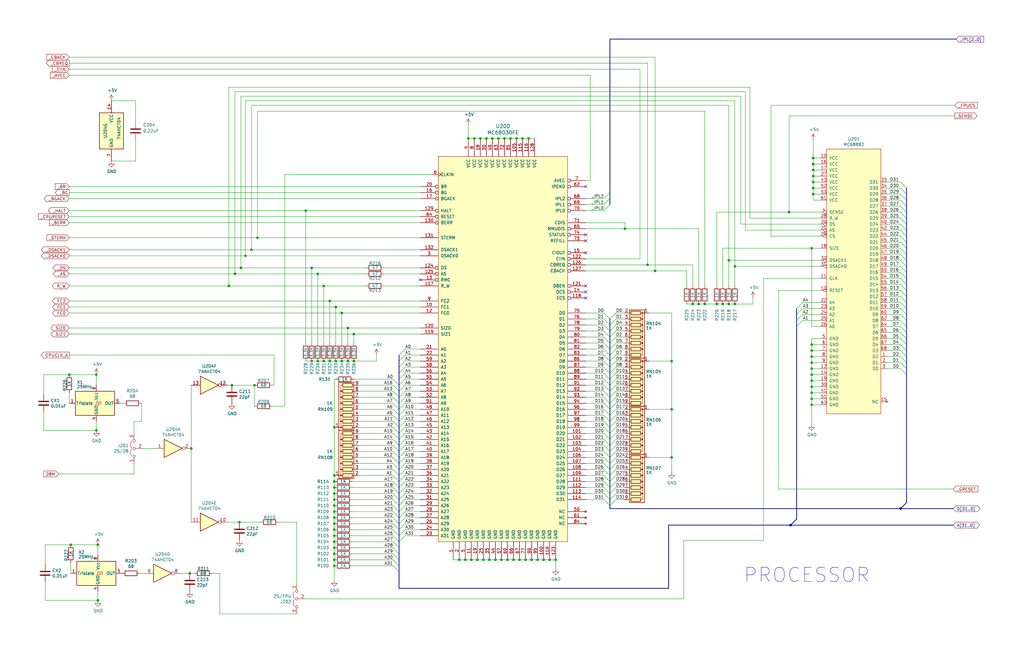
<source format=kicad_sch>
(kicad_sch (version 20211123) (generator eeschema)
  (paper "B")
  (title_block (title "Amiga N2630") (date "2022-05-25") (rev "1.1"))
  (junction (at 234.315 236.22))
  (junction (at 231.775 236.22))
  (junction (at 342.9 71.755))
  (junction (at 140.97 215.9))
  (junction (at 224.155 236.22))
  (junction (at 342.265 150.495))
  (junction (at 226.695 236.22))
  (junction (at 379.73 214.63))
  (junction (at 307.34 128.27))
  (junction (at 41.275 253.365))
  (junction (at 80.645 189.23))
  (junction (at 140.97 228.6))
  (junction (at 342.9 79.375))
  (junction (at 146.685 152.4))
  (junction (at 205.105 58.42))
  (junction (at 139.065 127))
  (junction (at 29.21 158.115))
  (junction (at 140.97 223.52))
  (junction (at 140.97 180.34))
  (junction (at 342.265 165.735))
  (junction (at 342.265 155.575))
  (junction (at 342.265 104.775))
  (junction (at 208.915 236.22))
  (junction (at 80.01 241.935))
  (junction (at 229.235 236.22))
  (junction (at 139.065 152.4))
  (junction (at 213.995 236.22))
  (junction (at 140.97 226.06))
  (junction (at 133.985 115.57))
  (junction (at 294.64 128.27))
  (junction (at 276.225 114.3))
  (junction (at 198.755 236.22))
  (junction (at 342.9 76.835))
  (junction (at 283.21 193.04))
  (junction (at 211.455 236.22))
  (junction (at 307.34 109.855))
  (junction (at 141.605 152.4))
  (junction (at 141.605 129.54))
  (junction (at 136.525 152.4))
  (junction (at 309.88 128.27))
  (junction (at 140.97 238.76))
  (junction (at 219.075 236.22))
  (junction (at 333.375 221.615))
  (junction (at 202.565 58.42))
  (junction (at 144.145 152.4))
  (junction (at 101.6 113.03))
  (junction (at 309.88 112.395))
  (junction (at 203.835 236.22))
  (junction (at 131.445 152.4))
  (junction (at 342.9 69.215))
  (junction (at 222.885 58.42))
  (junction (at 131.445 113.03))
  (junction (at 100.965 220.345))
  (junction (at 99.06 115.57))
  (junction (at 332.74 89.535))
  (junction (at 342.265 168.275))
  (junction (at 342.9 74.295))
  (junction (at 217.805 58.42))
  (junction (at 283.21 152.4))
  (junction (at 140.97 233.68))
  (junction (at 29.845 229.87))
  (junction (at 106.045 105.41))
  (junction (at 108.585 100.33))
  (junction (at 342.265 153.035))
  (junction (at 140.97 200.66))
  (junction (at 140.97 218.44))
  (junction (at 144.145 132.08))
  (junction (at 149.225 152.4))
  (junction (at 96.52 120.65))
  (junction (at 97.79 162.56))
  (junction (at 342.9 66.675))
  (junction (at 140.97 208.28))
  (junction (at 342.265 160.655))
  (junction (at 140.97 220.98))
  (junction (at 140.97 213.36))
  (junction (at 283.21 172.72))
  (junction (at 212.725 58.42))
  (junction (at 263.525 96.52))
  (junction (at 201.295 236.22))
  (junction (at 302.26 128.27))
  (junction (at 149.225 140.97))
  (junction (at 342.265 147.955))
  (junction (at 140.97 231.14))
  (junction (at 107.315 162.56))
  (junction (at 41.275 229.87))
  (junction (at 215.265 58.42))
  (junction (at 40.64 181.61))
  (junction (at 40.64 158.115))
  (junction (at 140.97 203.2))
  (junction (at 146.685 138.43))
  (junction (at 103.505 107.95))
  (junction (at 206.375 236.22))
  (junction (at 292.1 128.27))
  (junction (at 304.8 128.27))
  (junction (at 128.905 88.9))
  (junction (at 197.485 58.42))
  (junction (at 221.615 236.22))
  (junction (at 196.215 236.22))
  (junction (at 220.345 58.42))
  (junction (at 216.535 236.22))
  (junction (at 342.265 170.815))
  (junction (at 193.675 236.22))
  (junction (at 140.97 236.22))
  (junction (at 342.9 81.915))
  (junction (at 140.97 205.74))
  (junction (at 207.645 58.42))
  (junction (at 342.265 145.415))
  (junction (at 342.265 158.115))
  (junction (at 210.185 58.42))
  (junction (at 140.97 210.82))
  (junction (at 200.025 58.42))
  (junction (at 297.18 128.27))
  (junction (at 342.265 163.195))
  (junction (at 136.525 120.65))
  (junction (at 133.985 152.4))
  (junction (at 273.05 111.76))
  (no_connect (at 247.015 120.65))
  (no_connect (at 247.015 123.19))
  (no_connect (at 247.015 101.6))
  (no_connect (at 247.015 125.73))
  (no_connect (at 247.015 106.68))
  (no_connect (at 247.015 78.74))
  (no_connect (at 247.015 99.06))
  (no_connect (at 177.165 118.11))
  (bus_entry (at 259.715 172.72) (size -2.54 2.54))
  (bus_entry (at 170.815 170.18) (size -2.54 2.54))
  (bus_entry (at 379.73 155.575) (size 2.54 2.54))
  (bus_entry (at 338.455 135.255) (size -2.54 2.54))
  (bus_entry (at 254.635 149.86) (size 2.54 2.54))
  (bus_entry (at 165.735 160.02) (size 2.54 2.54))
  (bus_entry (at 165.735 208.28) (size 2.54 2.54))
  (bus_entry (at 170.815 147.32) (size -2.54 2.54))
  (bus_entry (at 165.735 218.44) (size 2.54 2.54))
  (bus_entry (at 338.455 132.715) (size -2.54 2.54))
  (bus_entry (at 170.815 162.56) (size -2.54 2.54))
  (bus_entry (at 170.815 152.4) (size -2.54 2.54))
  (bus_entry (at 259.715 177.8) (size -2.54 2.54))
  (bus_entry (at 254.635 190.5) (size 2.54 2.54))
  (bus_entry (at 259.715 203.2) (size -2.54 2.54))
  (bus_entry (at 170.815 177.8) (size -2.54 2.54))
  (bus_entry (at 259.715 132.08) (size -2.54 2.54))
  (bus_entry (at 254.635 195.58) (size 2.54 2.54))
  (bus_entry (at 170.815 187.96) (size -2.54 2.54))
  (bus_entry (at 259.715 193.04) (size -2.54 2.54))
  (bus_entry (at 254.635 147.32) (size 2.54 2.54))
  (bus_entry (at 165.735 226.06) (size 2.54 2.54))
  (bus_entry (at 165.735 177.8) (size 2.54 2.54))
  (bus_entry (at 259.715 182.88) (size -2.54 2.54))
  (bus_entry (at 170.815 198.12) (size -2.54 2.54))
  (bus_entry (at 259.715 198.12) (size -2.54 2.54))
  (bus_entry (at 170.815 213.36) (size -2.54 2.54))
  (bus_entry (at 170.815 157.48) (size -2.54 2.54))
  (bus_entry (at 165.735 167.64) (size 2.54 2.54))
  (bus_entry (at 254.635 160.02) (size 2.54 2.54))
  (bus_entry (at 254.635 182.88) (size 2.54 2.54))
  (bus_entry (at 379.73 114.935) (size 2.54 2.54))
  (bus_entry (at 170.815 195.58) (size -2.54 2.54))
  (bus_entry (at 165.735 162.56) (size 2.54 2.54))
  (bus_entry (at 170.815 208.28) (size -2.54 2.54))
  (bus_entry (at 165.735 231.14) (size 2.54 2.54))
  (bus_entry (at 379.73 142.875) (size 2.54 2.54))
  (bus_entry (at 379.73 97.155) (size 2.54 2.54))
  (bus_entry (at 379.73 89.535) (size 2.54 2.54))
  (bus_entry (at 165.735 223.52) (size 2.54 2.54))
  (bus_entry (at 379.73 127.635) (size 2.54 2.54))
  (bus_entry (at 259.715 190.5) (size -2.54 2.54))
  (bus_entry (at 254.635 170.18) (size 2.54 2.54))
  (bus_entry (at 259.715 147.32) (size -2.54 2.54))
  (bus_entry (at 259.715 154.94) (size -2.54 2.54))
  (bus_entry (at 170.815 215.9) (size -2.54 2.54))
  (bus_entry (at 165.735 170.18) (size 2.54 2.54))
  (bus_entry (at 379.73 84.455) (size 2.54 2.54))
  (bus_entry (at 170.815 205.74) (size -2.54 2.54))
  (bus_entry (at 379.73 137.795) (size 2.54 2.54))
  (bus_entry (at 170.815 154.94) (size -2.54 2.54))
  (bus_entry (at 254.635 142.24) (size 2.54 2.54))
  (bus_entry (at 254.635 172.72) (size 2.54 2.54))
  (bus_entry (at 165.735 220.98) (size 2.54 2.54))
  (bus_entry (at 379.73 76.835) (size 2.54 2.54))
  (bus_entry (at 259.715 205.74) (size -2.54 2.54))
  (bus_entry (at 165.735 190.5) (size 2.54 2.54))
  (bus_entry (at 254.635 177.8) (size 2.54 2.54))
  (bus_entry (at 379.73 150.495) (size 2.54 2.54))
  (bus_entry (at 170.815 200.66) (size -2.54 2.54))
  (bus_entry (at 165.735 228.6) (size 2.54 2.54))
  (bus_entry (at 379.73 132.715) (size 2.54 2.54))
  (bus_entry (at 259.715 208.28) (size -2.54 2.54))
  (bus_entry (at 170.815 226.06) (size -2.54 2.54))
  (bus_entry (at 379.73 92.075) (size 2.54 2.54))
  (bus_entry (at 165.735 210.82) (size 2.54 2.54))
  (bus_entry (at 379.73 120.015) (size 2.54 2.54))
  (bus_entry (at 165.735 165.1) (size 2.54 2.54))
  (bus_entry (at 170.815 185.42) (size -2.54 2.54))
  (bus_entry (at 170.815 210.82) (size -2.54 2.54))
  (bus_entry (at 254.635 152.4) (size 2.54 2.54))
  (bus_entry (at 259.715 195.58) (size -2.54 2.54))
  (bus_entry (at 254.635 185.42) (size 2.54 2.54))
  (bus_entry (at 379.73 117.475) (size 2.54 2.54))
  (bus_entry (at 259.715 144.78) (size -2.54 2.54))
  (bus_entry (at 165.735 187.96) (size 2.54 2.54))
  (bus_entry (at 379.73 86.995) (size 2.54 2.54))
  (bus_entry (at 254.635 137.16) (size 2.54 2.54))
  (bus_entry (at 165.735 180.34) (size 2.54 2.54))
  (bus_entry (at 165.735 172.72) (size 2.54 2.54))
  (bus_entry (at 254.635 88.9) (size 2.54 -2.54))
  (bus_entry (at 165.735 185.42) (size 2.54 2.54))
  (bus_entry (at 170.815 218.44) (size -2.54 2.54))
  (bus_entry (at 254.635 157.48) (size 2.54 2.54))
  (bus_entry (at 170.815 149.86) (size -2.54 2.54))
  (bus_entry (at 259.715 185.42) (size -2.54 2.54))
  (bus_entry (at 254.635 165.1) (size 2.54 2.54))
  (bus_entry (at 254.635 187.96) (size 2.54 2.54))
  (bus_entry (at 379.73 81.915) (size 2.54 2.54))
  (bus_entry (at 259.715 152.4) (size -2.54 2.54))
  (bus_entry (at 379.73 107.315) (size 2.54 2.54))
  (bus_entry (at 259.715 200.66) (size -2.54 2.54))
  (bus_entry (at 379.73 104.775) (size 2.54 2.54))
  (bus_entry (at 379.73 99.695) (size 2.54 2.54))
  (bus_entry (at 254.635 167.64) (size 2.54 2.54))
  (bus_entry (at 254.635 175.26) (size 2.54 2.54))
  (bus_entry (at 170.815 172.72) (size -2.54 2.54))
  (bus_entry (at 259.715 139.7) (size -2.54 2.54))
  (bus_entry (at 170.815 175.26) (size -2.54 2.54))
  (bus_entry (at 170.815 165.1) (size -2.54 2.54))
  (bus_entry (at 379.73 102.235) (size 2.54 2.54))
  (bus_entry (at 254.635 83.82) (size 2.54 -2.54))
  (bus_entry (at 259.715 167.64) (size -2.54 2.54))
  (bus_entry (at 254.635 162.56) (size 2.54 2.54))
  (bus_entry (at 379.73 135.255) (size 2.54 2.54))
  (bus_entry (at 170.815 160.02) (size -2.54 2.54))
  (bus_entry (at 254.635 193.04) (size 2.54 2.54))
  (bus_entry (at 165.735 238.76) (size 2.54 2.54))
  (bus_entry (at 165.735 200.66) (size 2.54 2.54))
  (bus_entry (at 379.73 130.175) (size 2.54 2.54))
  (bus_entry (at 165.735 205.74) (size 2.54 2.54))
  (bus_entry (at 170.815 180.34) (size -2.54 2.54))
  (bus_entry (at 259.715 137.16) (size -2.54 2.54))
  (bus_entry (at 170.815 203.2) (size -2.54 2.54))
  (bus_entry (at 254.635 205.74) (size 2.54 2.54))
  (bus_entry (at 379.73 153.035) (size 2.54 2.54))
  (bus_entry (at 254.635 86.36) (size 2.54 -2.54))
  (bus_entry (at 259.715 210.82) (size -2.54 2.54))
  (bus_entry (at 379.73 122.555) (size 2.54 2.54))
  (bus_entry (at 259.715 157.48) (size -2.54 2.54))
  (bus_entry (at 254.635 132.08) (size 2.54 2.54))
  (bus_entry (at 259.715 187.96) (size -2.54 2.54))
  (bus_entry (at 379.73 94.615) (size 2.54 2.54))
  (bus_entry (at 254.635 200.66) (size 2.54 2.54))
  (bus_entry (at 165.735 233.68) (size 2.54 2.54))
  (bus_entry (at 259.715 180.34) (size -2.54 2.54))
  (bus_entry (at 379.73 125.095) (size 2.54 2.54))
  (bus_entry (at 170.815 167.64) (size -2.54 2.54))
  (bus_entry (at 170.815 223.52) (size -2.54 2.54))
  (bus_entry (at 254.635 210.82) (size 2.54 2.54))
  (bus_entry (at 165.735 213.36) (size 2.54 2.54))
  (bus_entry (at 259.715 134.62) (size -2.54 2.54))
  (bus_entry (at 379.73 112.395) (size 2.54 2.54))
  (bus_entry (at 170.815 193.04) (size -2.54 2.54))
  (bus_entry (at 259.715 160.02) (size -2.54 2.54))
  (bus_entry (at 254.635 154.94) (size 2.54 2.54))
  (bus_entry (at 259.715 149.86) (size -2.54 2.54))
  (bus_entry (at 379.73 140.335) (size 2.54 2.54))
  (bus_entry (at 254.635 144.78) (size 2.54 2.54))
  (bus_entry (at 254.635 180.34) (size 2.54 2.54))
  (bus_entry (at 170.815 182.88) (size -2.54 2.54))
  (bus_entry (at 165.735 198.12) (size 2.54 2.54))
  (bus_entry (at 259.715 175.26) (size -2.54 2.54))
  (bus_entry (at 165.735 195.58) (size 2.54 2.54))
  (bus_entry (at 379.73 147.955) (size 2.54 2.54))
  (bus_entry (at 259.715 142.24) (size -2.54 2.54))
  (bus_entry (at 379.73 109.855) (size 2.54 2.54))
  (bus_entry (at 379.73 145.415) (size 2.54 2.54))
  (bus_entry (at 165.735 182.88) (size 2.54 2.54))
  (bus_entry (at 165.735 236.22) (size 2.54 2.54))
  (bus_entry (at 165.735 175.26) (size 2.54 2.54))
  (bus_entry (at 259.715 170.18) (size -2.54 2.54))
  (bus_entry (at 254.635 208.28) (size 2.54 2.54))
  (bus_entry (at 338.455 130.175) (size -2.54 2.54))
  (bus_entry (at 170.815 220.98) (size -2.54 2.54))
  (bus_entry (at 259.715 165.1) (size -2.54 2.54))
  (bus_entry (at 170.815 190.5) (size -2.54 2.54))
  (bus_entry (at 338.455 127.635) (size -2.54 2.54))
  (bus_entry (at 165.735 193.04) (size 2.54 2.54))
  (bus_entry (at 254.635 134.62) (size 2.54 2.54))
  (bus_entry (at 259.715 162.56) (size -2.54 2.54))
  (bus_entry (at 379.73 79.375) (size 2.54 2.54))
  (bus_entry (at 165.735 215.9) (size 2.54 2.54))
  (bus_entry (at 254.635 139.7) (size 2.54 2.54))
  (bus_entry (at 165.735 203.2) (size 2.54 2.54))
  (bus_entry (at 254.635 198.12) (size 2.54 2.54))
  (bus_entry (at 254.635 203.2) (size 2.54 2.54))
  (wire (pts (xy 247.015 180.34) (xy 254.635 180.34)))
  (bus (pts (xy 257.175 190.5) (xy 257.175 193.04)))
  (wire (pts (xy 374.015 102.235) (xy 379.73 102.235)))
  (wire (pts (xy 309.88 42.545) (xy 103.505 42.545)))
  (wire (pts (xy 292.1 128.27) (xy 294.64 128.27)))
  (wire (pts (xy 342.265 150.495) (xy 342.265 153.035)))
  (wire (pts (xy 247.015 88.9) (xy 254.635 88.9)))
  (wire (pts (xy 125.095 246.38) (xy 125.095 220.345)))
  (bus (pts (xy 382.27 153.035) (xy 382.27 155.575)))
  (wire (pts (xy 151.13 165.1) (xy 165.735 165.1)))
  (wire (pts (xy 226.695 236.22) (xy 229.235 236.22)))
  (wire (pts (xy 140.97 231.14) (xy 140.97 233.68)))
  (wire (pts (xy 200.025 58.42) (xy 197.485 58.42)))
  (wire (pts (xy 207.645 58.42) (xy 205.105 58.42)))
  (wire (pts (xy 92.71 241.935) (xy 89.535 241.935)))
  (bus (pts (xy 382.27 92.075) (xy 382.27 94.615)))
  (bus (pts (xy 168.275 210.82) (xy 168.275 213.36)))
  (wire (pts (xy 342.265 170.815) (xy 342.265 179.07)))
  (wire (pts (xy 177.165 165.1) (xy 170.815 165.1)))
  (wire (pts (xy 269.875 109.22) (xy 269.875 29.21)))
  (wire (pts (xy 177.165 162.56) (xy 170.815 162.56)))
  (wire (pts (xy 374.015 76.835) (xy 379.73 76.835)))
  (bus (pts (xy 257.175 175.26) (xy 257.175 177.8)))
  (wire (pts (xy 216.535 236.22) (xy 219.075 236.22)))
  (wire (pts (xy 247.015 93.98) (xy 263.525 93.98)))
  (wire (pts (xy 259.715 162.56) (xy 263.525 162.56)))
  (bus (pts (xy 257.175 139.7) (xy 257.175 142.24)))
  (bus (pts (xy 382.27 120.015) (xy 382.27 122.555)))
  (bus (pts (xy 335.915 135.255) (xy 335.915 137.795)))
  (wire (pts (xy 304.8 104.775) (xy 342.265 104.775)))
  (wire (pts (xy 273.685 172.72) (xy 283.21 172.72)))
  (wire (pts (xy 346.075 137.795) (xy 342.265 137.795)))
  (wire (pts (xy 193.675 236.22) (xy 196.215 236.22)))
  (wire (pts (xy 149.225 152.4) (xy 158.75 152.4)))
  (wire (pts (xy 151.13 198.12) (xy 165.735 198.12)))
  (wire (pts (xy 148.59 205.74) (xy 165.735 205.74)))
  (wire (pts (xy 211.455 236.22) (xy 213.995 236.22)))
  (wire (pts (xy 151.13 190.5) (xy 165.735 190.5)))
  (wire (pts (xy 346.075 165.735) (xy 342.265 165.735)))
  (bus (pts (xy 382.27 86.995) (xy 382.27 89.535)))
  (wire (pts (xy 177.165 175.26) (xy 170.815 175.26)))
  (wire (pts (xy 148.59 220.98) (xy 165.735 220.98)))
  (wire (pts (xy 346.075 99.695) (xy 325.12 99.695)))
  (wire (pts (xy 297.18 120.65) (xy 297.18 46.99)))
  (bus (pts (xy 257.175 152.4) (xy 257.175 154.94)))
  (bus (pts (xy 168.275 187.96) (xy 168.275 190.5)))
  (wire (pts (xy 177.165 120.65) (xy 161.925 120.65)))
  (wire (pts (xy 125.095 220.345) (xy 117.475 220.345)))
  (wire (pts (xy 177.165 190.5) (xy 170.815 190.5)))
  (bus (pts (xy 168.275 233.68) (xy 168.275 236.22)))
  (bus (pts (xy 257.175 16.51) (xy 257.175 81.28)))
  (wire (pts (xy 177.165 215.9) (xy 170.815 215.9)))
  (bus (pts (xy 168.275 220.98) (xy 168.275 223.52)))
  (bus (pts (xy 257.175 172.72) (xy 257.175 175.26)))
  (wire (pts (xy 140.97 236.22) (xy 140.97 238.76)))
  (bus (pts (xy 168.275 154.94) (xy 168.275 157.48)))
  (wire (pts (xy 177.165 223.52) (xy 170.815 223.52)))
  (wire (pts (xy 125.095 259.08) (xy 92.71 259.08)))
  (wire (pts (xy 374.015 112.395) (xy 379.73 112.395)))
  (wire (pts (xy 346.075 150.495) (xy 342.265 150.495)))
  (bus (pts (xy 168.275 149.86) (xy 168.275 152.4)))
  (bus (pts (xy 168.275 195.58) (xy 168.275 198.12)))
  (wire (pts (xy 196.215 236.22) (xy 198.755 236.22)))
  (wire (pts (xy 177.165 93.98) (xy 29.21 93.98)))
  (wire (pts (xy 247.015 142.24) (xy 254.635 142.24)))
  (wire (pts (xy 283.21 152.4) (xy 283.21 132.08)))
  (bus (pts (xy 382.27 140.335) (xy 382.27 142.875)))
  (wire (pts (xy 346.075 71.755) (xy 342.9 71.755)))
  (bus (pts (xy 257.175 147.32) (xy 257.175 149.86)))
  (wire (pts (xy 99.06 38.735) (xy 99.06 115.57)))
  (wire (pts (xy 177.165 198.12) (xy 170.815 198.12)))
  (wire (pts (xy 80.645 189.23) (xy 80.645 220.345)))
  (wire (pts (xy 259.715 152.4) (xy 263.525 152.4)))
  (wire (pts (xy 374.015 147.955) (xy 379.73 147.955)))
  (wire (pts (xy 307.34 109.855) (xy 307.34 44.45)))
  (wire (pts (xy 177.165 170.18) (xy 170.815 170.18)))
  (wire (pts (xy 307.34 120.65) (xy 307.34 109.855)))
  (wire (pts (xy 220.345 58.42) (xy 217.805 58.42)))
  (bus (pts (xy 382.27 132.715) (xy 382.27 135.255)))
  (wire (pts (xy 198.755 236.22) (xy 201.295 236.22)))
  (wire (pts (xy 263.525 175.26) (xy 259.715 175.26)))
  (wire (pts (xy 80.645 162.56) (xy 80.645 189.23)))
  (wire (pts (xy 18.415 173.99) (xy 18.415 181.61)))
  (bus (pts (xy 168.275 167.64) (xy 168.275 170.18)))
  (wire (pts (xy 316.23 36.83) (xy 96.52 36.83)))
  (bus (pts (xy 382.27 155.575) (xy 382.27 158.115)))
  (wire (pts (xy 263.525 142.24) (xy 259.715 142.24)))
  (wire (pts (xy 346.075 79.375) (xy 342.9 79.375)))
  (wire (pts (xy 263.525 193.04) (xy 259.715 193.04)))
  (wire (pts (xy 247.015 152.4) (xy 254.635 152.4)))
  (bus (pts (xy 257.175 177.8) (xy 257.175 180.34)))
  (wire (pts (xy 177.165 78.74) (xy 29.21 78.74)))
  (wire (pts (xy 247.015 203.2) (xy 254.635 203.2)))
  (wire (pts (xy 140.97 203.2) (xy 140.97 200.66)))
  (wire (pts (xy 316.23 92.075) (xy 316.23 36.83)))
  (wire (pts (xy 346.075 122.555) (xy 328.295 122.555)))
  (wire (pts (xy 247.015 200.66) (xy 254.635 200.66)))
  (wire (pts (xy 304.8 104.775) (xy 304.8 120.65)))
  (wire (pts (xy 213.995 236.22) (xy 216.535 236.22)))
  (wire (pts (xy 346.075 117.475) (xy 321.945 117.475)))
  (wire (pts (xy 128.905 88.9) (xy 29.21 88.9)))
  (wire (pts (xy 95.885 220.345) (xy 100.965 220.345)))
  (wire (pts (xy 374.015 153.035) (xy 379.73 153.035)))
  (wire (pts (xy 29.21 140.97) (xy 149.225 140.97)))
  (wire (pts (xy 374.015 150.495) (xy 379.73 150.495)))
  (wire (pts (xy 146.685 152.4) (xy 149.225 152.4)))
  (bus (pts (xy 168.275 215.9) (xy 168.275 218.44)))
  (wire (pts (xy 148.59 236.22) (xy 165.735 236.22)))
  (wire (pts (xy 342.265 160.655) (xy 342.265 163.195)))
  (wire (pts (xy 158.75 152.4) (xy 158.75 149.86)))
  (wire (pts (xy 101.6 113.03) (xy 29.21 113.03)))
  (wire (pts (xy 29.845 229.87) (xy 41.275 229.87)))
  (wire (pts (xy 177.165 177.8) (xy 170.815 177.8)))
  (wire (pts (xy 374.015 92.075) (xy 379.73 92.075)))
  (wire (pts (xy 40.64 162.56) (xy 40.64 158.115)))
  (wire (pts (xy 374.015 84.455) (xy 379.73 84.455)))
  (wire (pts (xy 374.015 135.255) (xy 379.73 135.255)))
  (wire (pts (xy 247.015 83.82) (xy 254.635 83.82)))
  (wire (pts (xy 56.515 182.88) (xy 56.515 177.8)))
  (bus (pts (xy 382.27 84.455) (xy 382.27 86.995)))
  (bus (pts (xy 335.915 219.075) (xy 333.375 221.615)))
  (wire (pts (xy 140.97 208.28) (xy 140.97 210.82)))
  (wire (pts (xy 374.015 79.375) (xy 379.73 79.375)))
  (bus (pts (xy 168.275 198.12) (xy 168.275 200.66)))
  (wire (pts (xy 177.165 226.06) (xy 170.815 226.06)))
  (wire (pts (xy 307.34 128.27) (xy 309.88 128.27)))
  (wire (pts (xy 29.21 170.18) (xy 29.21 165.735)))
  (wire (pts (xy 247.015 170.18) (xy 254.635 170.18)))
  (wire (pts (xy 120.015 73.66) (xy 120.015 171.45)))
  (wire (pts (xy 374.015 155.575) (xy 379.73 155.575)))
  (wire (pts (xy 374.015 142.875) (xy 379.73 142.875)))
  (wire (pts (xy 139.065 144.78) (xy 139.065 127)))
  (wire (pts (xy 114.935 162.56) (xy 115.57 162.56)))
  (bus (pts (xy 257.175 81.28) (xy 257.175 83.82)))
  (bus (pts (xy 257.175 160.02) (xy 257.175 162.56)))
  (bus (pts (xy 382.27 102.235) (xy 382.27 104.775)))
  (wire (pts (xy 57.15 42.545) (xy 57.15 51.435)))
  (wire (pts (xy 297.18 128.27) (xy 302.26 128.27)))
  (wire (pts (xy 321.945 227.965) (xy 288.29 227.965)))
  (wire (pts (xy 342.9 71.755) (xy 342.9 69.215)))
  (wire (pts (xy 29.21 24.13) (xy 276.225 24.13)))
  (wire (pts (xy 374.015 89.535) (xy 379.73 89.535)))
  (wire (pts (xy 224.155 236.22) (xy 226.695 236.22)))
  (wire (pts (xy 29.21 158.115) (xy 40.64 158.115)))
  (wire (pts (xy 346.075 66.675) (xy 342.9 66.675)))
  (wire (pts (xy 210.185 58.42) (xy 207.645 58.42)))
  (wire (pts (xy 247.015 172.72) (xy 254.635 172.72)))
  (wire (pts (xy 219.075 236.22) (xy 221.615 236.22)))
  (wire (pts (xy 19.05 229.87) (xy 29.845 229.87)))
  (bus (pts (xy 382.27 81.915) (xy 382.27 84.455)))
  (wire (pts (xy 325.12 99.695) (xy 325.12 44.45)))
  (wire (pts (xy 317.5 128.27) (xy 317.5 125.73)))
  (bus (pts (xy 382.27 112.395) (xy 382.27 114.935)))
  (wire (pts (xy 294.64 128.27) (xy 297.18 128.27)))
  (wire (pts (xy 247.015 86.36) (xy 254.635 86.36)))
  (bus (pts (xy 382.27 97.155) (xy 382.27 99.695)))
  (wire (pts (xy 148.59 238.76) (xy 165.735 238.76)))
  (wire (pts (xy 247.015 208.28) (xy 254.635 208.28)))
  (bus (pts (xy 168.275 180.34) (xy 168.275 182.88)))
  (wire (pts (xy 328.295 206.375) (xy 401.955 206.375)))
  (bus (pts (xy 257.175 154.94) (xy 257.175 157.48)))
  (wire (pts (xy 374.015 94.615) (xy 379.73 94.615)))
  (wire (pts (xy 99.06 115.57) (xy 133.985 115.57)))
  (wire (pts (xy 148.59 203.2) (xy 165.735 203.2)))
  (wire (pts (xy 177.165 157.48) (xy 170.815 157.48)))
  (wire (pts (xy 314.325 97.155) (xy 346.075 97.155)))
  (wire (pts (xy 191.135 236.22) (xy 193.675 236.22)))
  (wire (pts (xy 374.015 130.175) (xy 379.73 130.175)))
  (wire (pts (xy 229.235 236.22) (xy 231.775 236.22)))
  (wire (pts (xy 140.97 205.74) (xy 140.97 208.28)))
  (wire (pts (xy 177.165 147.32) (xy 170.815 147.32)))
  (wire (pts (xy 115.57 162.56) (xy 115.57 149.86)))
  (wire (pts (xy 292.1 120.65) (xy 292.1 111.76)))
  (wire (pts (xy 52.07 170.18) (xy 50.8 170.18)))
  (wire (pts (xy 177.165 218.44) (xy 170.815 218.44)))
  (wire (pts (xy 342.265 163.195) (xy 342.265 165.735)))
  (wire (pts (xy 247.015 198.12) (xy 254.635 198.12)))
  (wire (pts (xy 325.12 44.45) (xy 402.59 44.45)))
  (wire (pts (xy 101.6 113.03) (xy 101.6 40.64)))
  (bus (pts (xy 382.27 135.255) (xy 382.27 137.795)))
  (wire (pts (xy 259.715 195.58) (xy 263.525 195.58)))
  (wire (pts (xy 148.59 215.9) (xy 165.735 215.9)))
  (wire (pts (xy 332.74 89.535) (xy 332.74 48.895)))
  (wire (pts (xy 259.715 167.64) (xy 263.525 167.64)))
  (wire (pts (xy 151.13 187.96) (xy 165.735 187.96)))
  (wire (pts (xy 177.165 210.82) (xy 170.815 210.82)))
  (wire (pts (xy 273.685 193.04) (xy 283.21 193.04)))
  (bus (pts (xy 168.275 203.2) (xy 168.275 205.74)))
  (wire (pts (xy 312.42 40.64) (xy 312.42 94.615)))
  (bus (pts (xy 257.175 162.56) (xy 257.175 165.1)))
  (wire (pts (xy 247.015 144.78) (xy 254.635 144.78)))
  (wire (pts (xy 108.585 100.33) (xy 29.21 100.33)))
  (wire (pts (xy 374.015 99.695) (xy 379.73 99.695)))
  (wire (pts (xy 177.165 213.36) (xy 170.815 213.36)))
  (wire (pts (xy 309.88 128.27) (xy 317.5 128.27)))
  (wire (pts (xy 259.715 149.86) (xy 263.525 149.86)))
  (bus (pts (xy 382.27 79.375) (xy 382.27 81.915)))
  (wire (pts (xy 221.615 236.22) (xy 224.155 236.22)))
  (wire (pts (xy 263.525 185.42) (xy 259.715 185.42)))
  (wire (pts (xy 177.165 185.42) (xy 170.815 185.42)))
  (wire (pts (xy 269.875 29.21) (xy 29.21 29.21)))
  (bus (pts (xy 168.275 248.285) (xy 281.94 248.285)))
  (wire (pts (xy 56.515 195.58) (xy 56.515 200.025)))
  (wire (pts (xy 374.015 122.555) (xy 379.73 122.555)))
  (wire (pts (xy 263.525 154.94) (xy 259.715 154.94)))
  (wire (pts (xy 346.075 135.255) (xy 338.455 135.255)))
  (wire (pts (xy 144.145 132.08) (xy 29.21 132.08)))
  (wire (pts (xy 346.075 84.455) (xy 342.9 84.455)))
  (wire (pts (xy 217.805 58.42) (xy 215.265 58.42)))
  (wire (pts (xy 114.935 171.45) (xy 120.015 171.45)))
  (bus (pts (xy 257.175 187.96) (xy 257.175 190.5)))
  (wire (pts (xy 263.525 180.34) (xy 259.715 180.34)))
  (wire (pts (xy 259.715 200.66) (xy 263.525 200.66)))
  (wire (pts (xy 177.165 182.88) (xy 170.815 182.88)))
  (wire (pts (xy 177.165 172.72) (xy 170.815 172.72)))
  (wire (pts (xy 106.045 44.45) (xy 106.045 105.41)))
  (wire (pts (xy 177.165 81.28) (xy 29.21 81.28)))
  (wire (pts (xy 29.845 241.935) (xy 29.845 237.49)))
  (wire (pts (xy 177.165 149.86) (xy 170.815 149.86)))
  (wire (pts (xy 309.88 112.395) (xy 309.88 42.545)))
  (wire (pts (xy 149.225 140.97) (xy 177.165 140.97)))
  (wire (pts (xy 19.05 245.745) (xy 19.05 253.365)))
  (wire (pts (xy 316.23 92.075) (xy 346.075 92.075)))
  (wire (pts (xy 247.015 195.58) (xy 254.635 195.58)))
  (wire (pts (xy 302.26 89.535) (xy 332.74 89.535)))
  (wire (pts (xy 140.97 238.76) (xy 140.97 244.856)))
  (bus (pts (xy 168.275 160.02) (xy 168.275 162.56)))
  (wire (pts (xy 128.905 88.9) (xy 128.905 144.78)))
  (wire (pts (xy 342.265 147.955) (xy 342.265 150.495)))
  (bus (pts (xy 257.175 205.74) (xy 257.175 208.28)))
  (wire (pts (xy 247.015 165.1) (xy 254.635 165.1)))
  (bus (pts (xy 382.27 117.475) (xy 382.27 120.015)))
  (wire (pts (xy 103.505 42.545) (xy 103.505 107.95)))
  (wire (pts (xy 263.525 203.2) (xy 259.715 203.2)))
  (wire (pts (xy 29.21 91.44) (xy 177.165 91.44)))
  (wire (pts (xy 140.97 213.36) (xy 140.97 215.9)))
  (wire (pts (xy 222.885 58.42) (xy 220.345 58.42)))
  (bus (pts (xy 168.275 218.44) (xy 168.275 220.98)))
  (wire (pts (xy 140.97 160.02) (xy 141.605 160.02)))
  (wire (pts (xy 247.015 210.82) (xy 254.635 210.82)))
  (bus (pts (xy 382.27 147.955) (xy 382.27 150.495)))
  (wire (pts (xy 346.075 69.215) (xy 342.9 69.215)))
  (wire (pts (xy 140.97 200.66) (xy 140.97 180.34)))
  (bus (pts (xy 382.27 125.095) (xy 382.27 127.635)))
  (bus (pts (xy 168.275 231.14) (xy 168.275 233.68)))
  (wire (pts (xy 29.21 115.57) (xy 99.06 115.57)))
  (wire (pts (xy 247.015 187.96) (xy 254.635 187.96)))
  (bus (pts (xy 168.275 205.74) (xy 168.275 208.28)))
  (wire (pts (xy 107.315 162.56) (xy 107.315 171.45)))
  (wire (pts (xy 177.165 107.95) (xy 103.505 107.95)))
  (bus (pts (xy 257.175 142.24) (xy 257.175 144.78)))
  (wire (pts (xy 263.525 96.52) (xy 263.525 93.98)))
  (wire (pts (xy 151.13 172.72) (xy 165.735 172.72)))
  (wire (pts (xy 247.015 154.94) (xy 254.635 154.94)))
  (wire (pts (xy 263.525 165.1) (xy 259.715 165.1)))
  (wire (pts (xy 321.945 117.475) (xy 321.945 227.965)))
  (wire (pts (xy 342.9 81.915) (xy 342.9 79.375)))
  (wire (pts (xy 342.9 74.295) (xy 342.9 71.755)))
  (wire (pts (xy 139.065 127) (xy 177.165 127)))
  (wire (pts (xy 201.295 236.22) (xy 203.835 236.22)))
  (wire (pts (xy 128.905 152.4) (xy 131.445 152.4)))
  (wire (pts (xy 146.685 138.43) (xy 29.21 138.43)))
  (wire (pts (xy 374.015 81.915) (xy 379.73 81.915)))
  (wire (pts (xy 151.13 185.42) (xy 165.735 185.42)))
  (wire (pts (xy 346.075 130.175) (xy 338.455 130.175)))
  (wire (pts (xy 342.265 104.775) (xy 346.075 104.775)))
  (wire (pts (xy 177.165 154.94) (xy 170.815 154.94)))
  (bus (pts (xy 168.275 228.6) (xy 168.275 231.14)))
  (wire (pts (xy 144.145 144.78) (xy 144.145 132.08)))
  (wire (pts (xy 131.445 152.4) (xy 133.985 152.4)))
  (bus (pts (xy 257.175 149.86) (xy 257.175 152.4)))
  (wire (pts (xy 374.015 109.855) (xy 379.73 109.855)))
  (wire (pts (xy 263.525 170.18) (xy 259.715 170.18)))
  (wire (pts (xy 151.13 162.56) (xy 165.735 162.56)))
  (wire (pts (xy 18.415 166.37) (xy 18.415 158.115)))
  (wire (pts (xy 374.015 120.015) (xy 379.73 120.015)))
  (wire (pts (xy 148.59 213.36) (xy 165.735 213.36)))
  (wire (pts (xy 148.59 228.6) (xy 165.735 228.6)))
  (wire (pts (xy 148.59 218.44) (xy 165.735 218.44)))
  (wire (pts (xy 247.015 157.48) (xy 254.635 157.48)))
  (wire (pts (xy 177.165 88.9) (xy 128.905 88.9)))
  (bus (pts (xy 168.275 208.28) (xy 168.275 210.82)))
  (wire (pts (xy 140.97 180.34) (xy 140.97 160.02)))
  (bus (pts (xy 382.27 114.935) (xy 382.27 117.475)))
  (bus (pts (xy 257.175 83.82) (xy 257.175 86.36)))
  (wire (pts (xy 144.145 132.08) (xy 177.165 132.08)))
  (bus (pts (xy 257.175 185.42) (xy 257.175 187.96)))
  (bus (pts (xy 168.275 175.26) (xy 168.275 177.8)))
  (bus (pts (xy 281.94 221.615) (xy 333.375 221.615)))
  (bus (pts (xy 168.275 182.88) (xy 168.275 185.42)))
  (wire (pts (xy 141.605 129.54) (xy 29.21 129.54)))
  (wire (pts (xy 177.165 203.2) (xy 170.815 203.2)))
  (wire (pts (xy 57.15 42.545) (xy 46.99 42.545)))
  (wire (pts (xy 247.015 185.42) (xy 254.635 185.42)))
  (wire (pts (xy 139.065 152.4) (xy 141.605 152.4)))
  (bus (pts (xy 257.175 165.1) (xy 257.175 167.64)))
  (wire (pts (xy 133.985 115.57) (xy 154.305 115.57)))
  (bus (pts (xy 257.175 180.34) (xy 257.175 182.88)))
  (bus (pts (xy 382.27 109.855) (xy 382.27 112.395)))
  (bus (pts (xy 168.275 172.72) (xy 168.275 175.26)))
  (wire (pts (xy 259.715 144.78) (xy 263.525 144.78)))
  (wire (pts (xy 247.015 137.16) (xy 254.635 137.16)))
  (bus (pts (xy 382.27 107.315) (xy 382.27 109.855)))
  (wire (pts (xy 133.985 144.78) (xy 133.985 115.57)))
  (wire (pts (xy 374.015 107.315) (xy 379.73 107.315)))
  (wire (pts (xy 107.315 162.56) (xy 97.79 162.56)))
  (bus (pts (xy 257.175 203.2) (xy 257.175 205.74)))
  (wire (pts (xy 151.13 193.04) (xy 165.735 193.04)))
  (wire (pts (xy 95.885 162.56) (xy 97.79 162.56)))
  (wire (pts (xy 342.9 69.215) (xy 342.9 66.675)))
  (wire (pts (xy 374.015 145.415) (xy 379.73 145.415)))
  (wire (pts (xy 136.525 152.4) (xy 139.065 152.4)))
  (wire (pts (xy 346.075 127.635) (xy 338.455 127.635)))
  (wire (pts (xy 46.99 67.945) (xy 57.15 67.945)))
  (bus (pts (xy 168.275 236.22) (xy 168.275 238.76)))
  (wire (pts (xy 263.525 198.12) (xy 259.715 198.12)))
  (wire (pts (xy 294.64 96.52) (xy 294.64 120.65)))
  (wire (pts (xy 18.415 158.115) (xy 29.21 158.115)))
  (wire (pts (xy 263.525 147.32) (xy 259.715 147.32)))
  (bus (pts (xy 257.175 214.63) (xy 379.73 214.63)))
  (wire (pts (xy 247.015 134.62) (xy 254.635 134.62)))
  (wire (pts (xy 177.165 187.96) (xy 170.815 187.96)))
  (wire (pts (xy 283.21 132.08) (xy 273.685 132.08)))
  (wire (pts (xy 136.525 144.78) (xy 136.525 120.65)))
  (wire (pts (xy 247.015 205.74) (xy 254.635 205.74)))
  (wire (pts (xy 56.515 177.8) (xy 59.69 177.8)))
  (wire (pts (xy 41.275 234.315) (xy 41.275 229.87)))
  (wire (pts (xy 19.05 238.125) (xy 19.05 229.87)))
  (wire (pts (xy 177.165 195.58) (xy 170.815 195.58)))
  (wire (pts (xy 374.015 127.635) (xy 379.73 127.635)))
  (wire (pts (xy 151.13 180.34) (xy 165.735 180.34)))
  (wire (pts (xy 263.525 160.02) (xy 259.715 160.02)))
  (wire (pts (xy 374.015 132.715) (xy 379.73 132.715)))
  (wire (pts (xy 247.015 76.2) (xy 248.92 76.2)))
  (wire (pts (xy 177.165 200.66) (xy 170.815 200.66)))
  (wire (pts (xy 342.9 66.675) (xy 342.9 59.055)))
  (wire (pts (xy 177.165 208.28) (xy 170.815 208.28)))
  (wire (pts (xy 149.225 144.78) (xy 149.225 140.97)))
  (wire (pts (xy 247.015 132.08) (xy 254.635 132.08)))
  (wire (pts (xy 374.015 114.935) (xy 379.73 114.935)))
  (wire (pts (xy 140.97 215.9) (xy 140.97 218.44)))
  (wire (pts (xy 65.405 189.23) (xy 60.325 189.23)))
  (bus (pts (xy 382.27 127.635) (xy 382.27 130.175)))
  (bus (pts (xy 168.275 162.56) (xy 168.275 165.1)))
  (bus (pts (xy 257.175 134.62) (xy 257.175 137.16)))
  (wire (pts (xy 177.165 152.4) (xy 170.815 152.4)))
  (wire (pts (xy 108.585 46.99) (xy 297.18 46.99)))
  (wire (pts (xy 140.97 226.06) (xy 140.97 228.6)))
  (bus (pts (xy 281.94 248.285) (xy 281.94 221.615)))
  (wire (pts (xy 346.075 145.415) (xy 342.265 145.415)))
  (wire (pts (xy 276.225 114.3) (xy 276.225 24.13)))
  (bus (pts (xy 168.275 152.4) (xy 168.275 154.94)))
  (wire (pts (xy 182.245 73.66) (xy 120.015 73.66)))
  (wire (pts (xy 81.915 241.935) (xy 80.01 241.935)))
  (wire (pts (xy 205.105 58.42) (xy 202.565 58.42)))
  (bus (pts (xy 382.27 94.615) (xy 382.27 97.155)))
  (wire (pts (xy 273.685 152.4) (xy 283.21 152.4)))
  (wire (pts (xy 259.715 205.74) (xy 263.525 205.74)))
  (wire (pts (xy 346.075 89.535) (xy 332.74 89.535)))
  (bus (pts (xy 382.27 150.495) (xy 382.27 153.035)))
  (bus (pts (xy 382.27 130.175) (xy 382.27 132.715)))
  (wire (pts (xy 140.97 228.6) (xy 140.97 231.14)))
  (wire (pts (xy 288.29 252.73) (xy 128.905 252.73)))
  (wire (pts (xy 140.97 220.98) (xy 140.97 223.52)))
  (wire (pts (xy 302.26 120.65) (xy 302.26 89.535)))
  (wire (pts (xy 273.05 111.76) (xy 292.1 111.76)))
  (wire (pts (xy 346.075 147.955) (xy 342.265 147.955)))
  (wire (pts (xy 289.56 128.27) (xy 292.1 128.27)))
  (wire (pts (xy 151.13 177.8) (xy 165.735 177.8)))
  (bus (pts (xy 257.175 167.64) (xy 257.175 170.18)))
  (bus (pts (xy 168.275 190.5) (xy 168.275 193.04)))
  (wire (pts (xy 177.165 83.82) (xy 29.21 83.82)))
  (wire (pts (xy 259.715 187.96) (xy 263.525 187.96)))
  (wire (pts (xy 177.165 220.98) (xy 170.815 220.98)))
  (wire (pts (xy 342.265 153.035) (xy 342.265 155.575)))
  (wire (pts (xy 259.715 157.48) (xy 263.525 157.48)))
  (wire (pts (xy 346.075 81.915) (xy 342.9 81.915)))
  (wire (pts (xy 374.015 104.775) (xy 379.73 104.775)))
  (bus (pts (xy 168.275 193.04) (xy 168.275 195.58)))
  (bus (pts (xy 257.175 195.58) (xy 257.175 198.12)))
  (wire (pts (xy 202.565 58.42) (xy 200.025 58.42)))
  (wire (pts (xy 103.505 107.95) (xy 29.21 107.95)))
  (wire (pts (xy 247.015 167.64) (xy 254.635 167.64)))
  (bus (pts (xy 257.175 170.18) (xy 257.175 172.72)))
  (wire (pts (xy 276.225 114.3) (xy 289.56 114.3)))
  (wire (pts (xy 177.165 113.03) (xy 161.925 113.03)))
  (wire (pts (xy 203.835 236.22) (xy 206.375 236.22)))
  (wire (pts (xy 148.59 233.68) (xy 165.735 233.68)))
  (wire (pts (xy 148.59 210.82) (xy 165.735 210.82)))
  (bus (pts (xy 257.175 200.66) (xy 257.175 203.2)))
  (wire (pts (xy 177.165 105.41) (xy 106.045 105.41)))
  (wire (pts (xy 57.15 67.945) (xy 57.15 59.055)))
  (wire (pts (xy 247.015 139.7) (xy 254.635 139.7)))
  (wire (pts (xy 247.015 177.8) (xy 254.635 177.8)))
  (wire (pts (xy 29.21 26.67) (xy 273.05 26.67)))
  (wire (pts (xy 139.065 127) (xy 29.21 127)))
  (wire (pts (xy 247.015 109.22) (xy 269.875 109.22)))
  (wire (pts (xy 247.015 190.5) (xy 254.635 190.5)))
  (wire (pts (xy 283.21 193.04) (xy 283.21 199.39)))
  (wire (pts (xy 307.34 44.45) (xy 106.045 44.45)))
  (wire (pts (xy 346.075 76.835) (xy 342.9 76.835)))
  (wire (pts (xy 346.075 168.275) (xy 342.265 168.275)))
  (bus (pts (xy 335.915 132.715) (xy 335.915 135.255)))
  (wire (pts (xy 148.59 231.14) (xy 165.735 231.14)))
  (wire (pts (xy 259.715 172.72) (xy 263.525 172.72)))
  (wire (pts (xy 248.92 31.75) (xy 29.21 31.75)))
  (wire (pts (xy 247.015 182.88) (xy 254.635 182.88)))
  (bus (pts (xy 257.175 157.48) (xy 257.175 160.02)))
  (wire (pts (xy 56.515 200.025) (xy 24.765 200.025)))
  (wire (pts (xy 225.425 58.42) (xy 222.885 58.42)))
  (wire (pts (xy 259.715 134.62) (xy 263.525 134.62)))
  (wire (pts (xy 18.415 181.61) (xy 40.64 181.61)))
  (wire (pts (xy 141.605 152.4) (xy 144.145 152.4)))
  (wire (pts (xy 288.29 227.965) (xy 288.29 252.73)))
  (wire (pts (xy 59.055 241.935) (xy 60.96 241.935)))
  (wire (pts (xy 309.88 120.65) (xy 309.88 112.395)))
  (wire (pts (xy 212.725 58.42) (xy 210.185 58.42)))
  (bus (pts (xy 257.175 208.28) (xy 257.175 210.82)))
  (wire (pts (xy 140.97 223.52) (xy 140.97 226.06)))
  (wire (pts (xy 346.075 74.295) (xy 342.9 74.295)))
  (wire (pts (xy 140.97 218.44) (xy 140.97 220.98)))
  (wire (pts (xy 76.2 241.935) (xy 80.01 241.935)))
  (wire (pts (xy 108.585 100.33) (xy 177.165 100.33)))
  (bus (pts (xy 382.27 145.415) (xy 382.27 147.955)))
  (wire (pts (xy 248.92 76.2) (xy 248.92 31.75)))
  (wire (pts (xy 151.13 175.26) (xy 165.735 175.26)))
  (bus (pts (xy 257.175 137.16) (xy 257.175 139.7)))
  (wire (pts (xy 108.585 100.33) (xy 108.585 46.99)))
  (bus (pts (xy 335.915 130.175) (xy 335.915 132.715)))
  (wire (pts (xy 346.075 155.575) (xy 342.265 155.575)))
  (bus (pts (xy 257.175 210.82) (xy 257.175 213.36)))
  (wire (pts (xy 151.13 200.66) (xy 165.735 200.66)))
  (wire (pts (xy 40.64 177.8) (xy 40.64 181.61)))
  (wire (pts (xy 346.075 170.815) (xy 342.265 170.815)))
  (bus (pts (xy 168.275 200.66) (xy 168.275 203.2)))
  (wire (pts (xy 247.015 147.32) (xy 254.635 147.32)))
  (wire (pts (xy 247.015 193.04) (xy 254.635 193.04)))
  (bus (pts (xy 382.27 142.875) (xy 382.27 145.415)))
  (bus (pts (xy 257.175 16.51) (xy 403.225 16.51)))
  (wire (pts (xy 342.9 76.835) (xy 342.9 74.295)))
  (wire (pts (xy 151.13 182.88) (xy 165.735 182.88)))
  (wire (pts (xy 177.165 167.64) (xy 170.815 167.64)))
  (bus (pts (xy 168.275 177.8) (xy 168.275 180.34)))
  (wire (pts (xy 96.52 36.83) (xy 96.52 120.65)))
  (wire (pts (xy 259.715 139.7) (xy 263.525 139.7)))
  (bus (pts (xy 168.275 223.52) (xy 168.275 226.06)))
  (wire (pts (xy 263.525 96.52) (xy 294.64 96.52)))
  (wire (pts (xy 146.685 138.43) (xy 177.165 138.43)))
  (wire (pts (xy 342.265 165.735) (xy 342.265 168.275)))
  (bus (pts (xy 168.275 238.76) (xy 168.275 241.3)))
  (wire (pts (xy 148.59 226.06) (xy 165.735 226.06)))
  (wire (pts (xy 342.265 168.275) (xy 342.265 170.815)))
  (wire (pts (xy 307.34 109.855) (xy 346.075 109.855)))
  (wire (pts (xy 263.525 137.16) (xy 259.715 137.16)))
  (wire (pts (xy 115.57 149.86) (xy 29.21 149.86)))
  (wire (pts (xy 273.05 111.76) (xy 273.05 26.67)))
  (bus (pts (xy 379.73 214.63) (xy 382.27 212.09)))
  (bus (pts (xy 333.375 221.615) (xy 401.955 221.615)))
  (wire (pts (xy 106.045 105.41) (xy 29.21 105.41)))
  (wire (pts (xy 342.9 79.375) (xy 342.9 76.835)))
  (wire (pts (xy 144.145 152.4) (xy 146.685 152.4)))
  (wire (pts (xy 231.775 236.22) (xy 234.315 236.22)))
  (wire (pts (xy 312.42 94.615) (xy 346.075 94.615)))
  (wire (pts (xy 346.075 132.715) (xy 338.455 132.715)))
  (wire (pts (xy 259.715 177.8) (xy 263.525 177.8)))
  (wire (pts (xy 374.015 140.335) (xy 379.73 140.335)))
  (wire (pts (xy 151.13 170.18) (xy 165.735 170.18)))
  (bus (pts (xy 168.275 157.48) (xy 168.275 160.02)))
  (bus (pts (xy 382.27 122.555) (xy 382.27 125.095)))
  (bus (pts (xy 168.275 185.42) (xy 168.275 187.96)))
  (wire (pts (xy 259.715 210.82) (xy 263.525 210.82)))
  (wire (pts (xy 148.59 223.52) (xy 165.735 223.52)))
  (wire (pts (xy 101.6 40.64) (xy 312.42 40.64)))
  (wire (pts (xy 342.265 145.415) (xy 342.265 147.955)))
  (wire (pts (xy 247.015 114.3) (xy 276.225 114.3)))
  (wire (pts (xy 177.165 205.74) (xy 170.815 205.74)))
  (wire (pts (xy 146.685 144.78) (xy 146.685 138.43)))
  (bus (pts (xy 257.175 144.78) (xy 257.175 147.32)))
  (bus (pts (xy 257.175 213.36) (xy 257.175 214.63)))
  (wire (pts (xy 215.265 58.42) (xy 212.725 58.42)))
  (wire (pts (xy 328.295 122.555) (xy 328.295 206.375)))
  (wire (pts (xy 140.97 210.82) (xy 140.97 213.36)))
  (wire (pts (xy 234.315 236.22) (xy 234.315 240.03)))
  (wire (pts (xy 151.13 167.64) (xy 165.735 167.64)))
  (wire (pts (xy 100.965 220.345) (xy 109.855 220.345)))
  (bus (pts (xy 257.175 193.04) (xy 257.175 195.58)))
  (bus (pts (xy 168.275 170.18) (xy 168.275 172.72)))
  (wire (pts (xy 247.015 160.02) (xy 254.635 160.02)))
  (wire (pts (xy 342.265 142.875) (xy 342.265 145.415)))
  (wire (pts (xy 148.59 208.28) (xy 165.735 208.28)))
  (wire (pts (xy 346.075 153.035) (xy 342.265 153.035)))
  (bus (pts (xy 168.275 226.06) (xy 168.275 228.6)))
  (wire (pts (xy 140.97 233.68) (xy 140.97 236.22)))
  (wire (pts (xy 263.525 190.5) (xy 259.715 190.5)))
  (bus (pts (xy 257.175 182.88) (xy 257.175 185.42)))
  (wire (pts (xy 92.71 259.08) (xy 92.71 241.935)))
  (bus (pts (xy 382.27 137.795) (xy 382.27 140.335)))
  (wire (pts (xy 177.165 193.04) (xy 170.815 193.04)))
  (wire (pts (xy 149.225 160.02) (xy 165.735 160.02)))
  (wire (pts (xy 29.21 120.65) (xy 96.52 120.65)))
  (bus (pts (xy 382.27 158.115) (xy 382.27 212.09)))
  (bus (pts (xy 168.275 213.36) (xy 168.275 215.9)))
  (bus (pts (xy 168.275 165.1) (xy 168.275 167.64)))
  (wire (pts (xy 342.265 137.795) (xy 342.265 104.775)))
  (wire (pts (xy 304.8 128.27) (xy 307.34 128.27)))
  (wire (pts (xy 151.13 195.58) (xy 165.735 195.58)))
  (wire (pts (xy 19.05 253.365) (xy 41.275 253.365)))
  (wire (pts (xy 177.165 180.34) (xy 170.815 180.34)))
  (bus (pts (xy 257.175 198.12) (xy 257.175 200.66)))
  (wire (pts (xy 247.015 111.76) (xy 273.05 111.76)))
  (wire (pts (xy 374.015 125.095) (xy 379.73 125.095)))
  (wire (pts (xy 247.015 175.26) (xy 254.635 175.26)))
  (wire (pts (xy 374.015 137.795) (xy 379.73 137.795)))
  (wire (pts (xy 133.985 152.4) (xy 136.525 152.4)))
  (wire (pts (xy 136.525 120.65) (xy 154.305 120.65)))
  (wire (pts (xy 59.69 177.8) (xy 59.69 170.18)))
  (wire (pts (xy 141.605 129.54) (xy 177.165 129.54)))
  (wire (pts (xy 374.015 86.995) (xy 379.73 86.995)))
  (bus (pts (xy 168.275 241.3) (xy 168.275 248.285)))
  (wire (pts (xy 346.075 158.115) (xy 342.265 158.115)))
  (wire (pts (xy 247.015 96.52) (xy 263.525 96.52)))
  (bus (pts (xy 335.915 137.795) (xy 335.915 219.075)))
  (wire (pts (xy 131.445 113.03) (xy 101.6 113.03)))
  (wire (pts (xy 314.325 38.735) (xy 99.06 38.735)))
  (bus (pts (xy 382.27 89.535) (xy 382.27 92.075)))
  (wire (pts (xy 342.9 84.455) (xy 342.9 81.915)))
  (wire (pts (xy 141.605 144.78) (xy 141.605 129.54)))
  (bus (pts (xy 379.73 214.63) (xy 401.955 214.63)))
  (wire (pts (xy 96.52 120.65) (xy 136.525 120.65)))
  (wire (pts (xy 346.075 142.875) (xy 342.265 142.875)))
  (wire (pts (xy 346.075 163.195) (xy 342.265 163.195)))
  (wire (pts (xy 314.325 97.155) (xy 314.325 38.735)))
  (wire (pts (xy 259.715 182.88) (xy 263.525 182.88)))
  (wire (pts (xy 206.375 236.22) (xy 208.915 236.22)))
  (wire (pts (xy 247.015 162.56) (xy 254.635 162.56)))
  (wire (pts (xy 346.075 160.655) (xy 342.265 160.655)))
  (wire (pts (xy 131.445 113.03) (xy 154.305 113.03)))
  (wire (pts (xy 41.275 249.555) (xy 41.275 253.365)))
  (wire (pts (xy 332.74 48.895) (xy 402.59 48.895)))
  (wire (pts (xy 283.21 172.72) (xy 283.21 152.4)))
  (wire (pts (xy 177.165 160.02) (xy 170.815 160.02)))
  (wire (pts (xy 289.56 120.65) (xy 289.56 114.3)))
  (wire (pts (xy 309.88 112.395) (xy 346.075 112.395)))
  (wire (pts (xy 140.97 203.2) (xy 140.97 205.74)))
  (wire (pts (xy 197.485 58.42) (xy 197.485 52.705)))
  (wire (pts (xy 177.165 115.57) (xy 161.925 115.57)))
  (bus (pts (xy 382.27 99.695) (xy 382.27 102.235)))
  (bus (pts (xy 382.27 104.775) (xy 382.27 107.315)))
  (wire (pts (xy 374.015 97.155) (xy 379.73 97.155)))
  (wire (pts (xy 302.26 128.27) (xy 304.8 128.27)))
  (wire (pts (xy 263.525 208.28) (xy 259.715 208.28)))
  (wire (pts (xy 342.265 155.575) (xy 342.265 158.115)))
  (wire (pts (xy 342.265 158.115) (xy 342.265 160.655)))
  (wire (pts (xy 263.525 132.08) (xy 259.715 132.08)))
  (wire (pts (xy 283.21 193.04) (xy 283.21 172.72)))
  (wire (pts (xy 247.015 149.86) (xy 254.635 149.86)))
  (wire (pts (xy 374.015 117.475) (xy 379.73 117.475)))
  (wire (pts (xy 208.915 236.22) (xy 211.455 236.22)))
  (wire (pts (xy 131.445 144.78) (xy 131.445 113.03)))
  (text "PROCESSOR" (at 367.03 246.38 180) (effects (font (size 5.9944 5.9944)) (justify right bottom)))
  (label "D8" (at 254.635 152.4 180))
  (label "D29" (at 259.715 205.74 0))
  (label "D15" (at 259.715 170.18 0))
  (label "A25" (at 165.735 223.52 180))
  (label "A18" (at 165.735 205.74 180))
  (label "D1" (at 259.715 134.62 0))
  (label "A6" (at 165.608 172.72 180))
  (label "D23" (at 254.635 190.5 180))
  (label "D18" (at 379.095 109.855 180))
  (label "D27" (at 379.095 86.995 180))
  (label "D13" (at 379.095 122.555 180))
  (label "A29" (at 170.815 220.98 0))
  (label "D16" (at 379.095 114.935 180))
  (label "D6" (at 254.635 147.32 180))
  (label "A2" (at 165.735 180.34 180))
  (label "A1" (at 165.481 200.66 180))
  (label "A0" (at 165.735 160.02 180))
  (label "D12" (at 259.715 162.56 0))
  (label "A3" (at 338.455 130.175 0))
  (label "D8" (at 259.715 154.94 0))
  (label "D10" (at 379.095 130.175 180))
  (label "D13" (at 254.635 165.1 180))
  (label "D19" (at 379.095 107.315 180))
  (label "_IPL2" (at 254.635 83.82 180))
  (label "D5" (at 259.715 144.78 0))
  (label "A9" (at 165.608 187.96 180))
  (label "D4" (at 259.715 137.16 0))
  (label "A23" (at 165.735 215.9 180))
  (label "A1" (at 338.455 135.255 0))
  (label "A30" (at 165.735 236.22 180))
  (label "D15" (at 379.095 117.475 180))
  (label "A18" (at 170.815 193.04 0))
  (label "D26" (at 259.715 198.12 0))
  (label "D17" (at 259.715 172.72 0))
  (label "A13" (at 165.608 165.1 180))
  (label "D17" (at 379.095 112.395 180))
  (label "A21" (at 170.815 200.66 0))
  (label "A20" (at 170.815 198.12 0))
  (label "D31" (at 254.635 210.82 180))
  (label "A31" (at 165.735 238.76 180))
  (label "A23" (at 170.815 205.74 0))
  (label "D12" (at 254.635 162.56 180))
  (label "A16" (at 170.815 187.96 0))
  (label "D26" (at 254.635 198.12 180))
  (label "A26" (at 165.735 226.06 180))
  (label "D30" (at 259.715 208.28 0))
  (label "D8" (at 379.095 135.255 180))
  (label "D27" (at 254.635 200.66 180))
  (label "A4" (at 165.481 195.58 180))
  (label "D31" (at 379.095 76.835 180))
  (label "D14" (at 259.715 167.64 0))
  (label "D25" (at 259.715 195.58 0))
  (label "D5" (at 254.635 144.78 180))
  (label "A5" (at 165.608 175.26 180))
  (label "A20" (at 165.735 210.82 180))
  (label "_IPL0" (at 254.635 88.9 180))
  (label "D26" (at 379.095 89.535 180))
  (label "D1" (at 254.635 134.62 180))
  (label "D14" (at 379.095 120.015 180))
  (label "A30" (at 170.815 223.52 0))
  (label "D25" (at 379.095 92.075 180))
  (label "A8" (at 165.608 167.64 180))
  (label "D28" (at 259.715 203.2 0))
  (label "A2" (at 170.815 152.4 0))
  (label "D23" (at 379.095 97.155 180))
  (label "D21" (at 254.635 185.42 180))
  (label "A27" (at 165.735 228.6 180))
  (label "A14" (at 165.608 185.42 180))
  (label "D5" (at 379.095 142.875 180))
  (label "A4" (at 338.455 127.635 0))
  (label "D22" (at 379.095 99.695 180))
  (label "A25" (at 170.815 210.82 0))
  (label "D4" (at 379.095 145.415 180))
  (label "D24" (at 254.635 193.04 180))
  (label "A26" (at 170.815 213.36 0))
  (label "A12" (at 165.608 193.04 180))
  (label "A19" (at 170.815 195.58 0))
  (label "D22" (at 259.715 187.96 0))
  (label "D9" (at 254.635 154.94 180))
  (label "A31" (at 170.815 226.06 0))
  (label "D13" (at 259.715 165.1 0))
  (label "A15" (at 170.815 185.42 0))
  (label "D10" (at 259.715 157.48 0))
  (label "D2" (at 379.095 150.495 180))
  (label "D18" (at 254.635 177.8 180))
  (label "A24" (at 165.735 220.98 180))
  (label "A8" (at 170.815 167.64 0))
  (label "D17" (at 254.635 175.26 180))
  (label "D0" (at 254.635 132.08 180))
  (label "A15" (at 165.608 182.88 180))
  (label "D29" (at 254.635 205.74 180))
  (label "D3" (at 254.635 139.7 180))
  (label "D0" (at 379.095 155.575 180))
  (label "D9" (at 259.715 152.4 0))
  (label "A10" (at 165.608 190.5 180))
  (label "A11" (at 170.815 175.26 0))
  (label "A5" (at 170.815 160.02 0))
  (label "D20" (at 254.635 182.88 180))
  (label "D21" (at 259.715 185.42 0))
  (label "_IPL1" (at 254.635 86.36 180))
  (label "D19" (at 259.715 180.34 0))
  (label "D25" (at 254.635 195.58 180))
  (label "A11" (at 165.735 177.8 180))
  (label "D12" (at 379.095 125.095 180))
  (label "A14" (at 170.815 182.88 0))
  (label "A28" (at 165.735 231.14 180))
  (label "D21" (at 379.095 102.235 180))
  (label "D20" (at 379.095 104.775 180))
  (label "D14" (at 254.635 167.64 180))
  (label "D2" (at 259.715 142.24 0))
  (label "A22" (at 165.735 218.44 180))
  (label "D6" (at 379.095 140.335 180))
  (label "A10" (at 170.815 172.72 0))
  (label "A19" (at 165.735 208.28 180))
  (label "D0" (at 259.715 132.08 0))
  (label "A3" (at 170.815 154.94 0))
  (label "D19" (at 254.635 180.34 180))
  (label "A27" (at 170.815 215.9 0))
  (label "A13" (at 170.815 180.34 0))
  (label "A7" (at 170.815 165.1 0))
  (label "A17" (at 170.815 190.5 0))
  (label "D16" (at 259.715 175.26 0))
  (label "D3" (at 379.095 147.955 180))
  (label "D24" (at 379.095 94.615 180))
  (label "A4" (at 170.815 157.48 0))
  (label "D27" (at 259.715 200.66 0))
  (label "D30" (at 379.095 79.375 180))
  (label "D3" (at 259.715 139.7 0))
  (label "D11" (at 254.635 160.02 180))
  (label "D29" (at 379.095 81.915 180))
  (label "D7" (at 379.095 137.795 180))
  (label "A21" (at 165.735 213.36 180))
  (label "D18" (at 259.715 182.88 0))
  (label "D10" (at 254.635 157.48 180))
  (label "D30" (at 254.635 208.28 180))
  (label "D28" (at 254.635 203.2 180))
  (label "D2" (at 254.635 137.16 180))
  (label "A6" (at 170.815 162.56 0))
  (label "A28" (at 170.815 218.44 0))
  (label "A24" (at 170.815 208.28 0))
  (label "A3" (at 165.481 198.12 180))
  (label "A9" (at 170.815 170.18 0))
  (label "D23" (at 259.715 190.5 0))
  (label "A7" (at 165.608 170.18 180))
  (label "D16" (at 254.635 172.72 180))
  (label "D7" (at 254.635 149.86 180))
  (label "D7" (at 259.715 149.86 0))
  (label "D11" (at 379.095 127.635 180))
  (label "D9" (at 379.095 132.715 180))
  (label "A16" (at 165.608 162.56 180))
  (label "D22" (at 254.635 187.96 180))
  (label "D11" (at 259.715 160.02 0))
  (label "D4" (at 254.635 142.24 180))
  (label "D31" (at 259.715 210.82 0))
  (label "D6" (at 259.715 147.32 0))
  (label "A2" (at 338.455 132.715 0))
  (label "A1" (at 170.815 149.86 0))
  (label "D24" (at 259.715 193.04 0))
  (label "A0" (at 170.815 147.32 0))
  (label "A29" (at 165.735 233.68 180))
  (label "D1" (at 379.095 153.035 180))
  (label "A22" (at 170.815 203.2 0))
  (label "D20" (at 259.715 177.8 0))
  (label "A12" (at 170.815 177.8 0))
  (label "A17" (at 165.735 203.2 180))
  (label "D28" (at 379.095 84.455 180))
  (label "D15" (at 254.635 170.18 180))
  (global_label "_DSACK1" (shape bidirectional) (at 29.21 105.41 180) (property "Intersheet References" "${INTERSHEET_REFS}" (effects hide)))
  (global_label "_STERM" (shape input) (at 29.21 100.33 180) (property "Intersheet References" "${INTERSHEET_REFS}" (effects hide)))
  (global_label "_CBREQ" (shape output) (at 29.21 26.67 180) (property "Intersheet References" "${INTERSHEET_REFS}" (effects hide)))
  (global_label "_CIIN" (shape input) (at 29.21 29.21 180) (property "Intersheet References" "${INTERSHEET_REFS}" (effects hide)))
  (global_label "_CBACK" (shape input) (at 29.21 24.13 180) (property "Intersheet References" "${INTERSHEET_REFS}" (effects hide)))
  (global_label "FC0" (shape bidirectional) (at 29.21 132.08 180) (property "Intersheet References" "${INTERSHEET_REFS}" (effects hide)))
  (global_label "_BR" (shape input) (at 29.21 78.74 180) (property "Intersheet References" "${INTERSHEET_REFS}" (effects hide)))
  (global_label "SIZ0" (shape bidirectional) (at 29.21 138.43 180) (property "Intersheet References" "${INTERSHEET_REFS}" (effects hide)))
  (global_label "_GRESET" (shape input) (at 401.955 206.375 0) (property "Intersheet References" "${INTERSHEET_REFS}" (effects hide)))
  (global_label "FC2" (shape bidirectional) (at 29.21 127 180) (property "Intersheet References" "${INTERSHEET_REFS}" (effects hide)))
  (global_label "28M" (shape input) (at 24.765 200.025 180) (property "Intersheet References" "${INTERSHEET_REFS}" (effects hide)))
  (global_label "_AVEC" (shape input) (at 29.21 31.75 180) (property "Intersheet References" "${INTERSHEET_REFS}" (effects hide)))
  (global_label "_BGACK" (shape bidirectional) (at 29.21 83.82 180) (property "Intersheet References" "${INTERSHEET_REFS}" (effects hide)))
  (global_label "_SENSE" (shape output) (at 402.59 48.895 0) (property "Intersheet References" "${INTERSHEET_REFS}" (effects hide)))
  (global_label "_CPURESET" (shape input) (at 29.21 91.44 180) (property "Intersheet References" "${INTERSHEET_REFS}" (effects hide)))
  (global_label "CPUCLK_A" (shape output) (at 29.21 149.86 180) (property "Intersheet References" "${INTERSHEET_REFS}" (effects hide)))
  (global_label "_DSACK0" (shape bidirectional) (at 29.21 107.95 180) (property "Intersheet References" "${INTERSHEET_REFS}" (effects hide)))
  (global_label "_BERR" (shape input) (at 29.21 93.98 180) (property "Intersheet References" "${INTERSHEET_REFS}" (effects hide)))
  (global_label "_IPL[2..0]" (shape input) (at 403.225 16.51 0) (property "Intersheet References" "${INTERSHEET_REFS}" (effects hide)))
  (global_label "A[31..0]" (shape bidirectional) (at 401.955 221.615 0) (property "Intersheet References" "${INTERSHEET_REFS}" (effects hide)))
  (global_label "_AS" (shape bidirectional) (at 29.21 115.57 180) (property "Intersheet References" "${INTERSHEET_REFS}" (effects hide)))
  (global_label "_HALT" (shape bidirectional) (at 29.21 88.9 180) (property "Intersheet References" "${INTERSHEET_REFS}" (effects hide)))
  (global_label "D[31..0]" (shape bidirectional) (at 401.955 214.63 0) (property "Intersheet References" "${INTERSHEET_REFS}" (effects hide)))
  (global_label "_FPUCS" (shape input) (at 402.59 44.45 0) (property "Intersheet References" "${INTERSHEET_REFS}" (effects hide)))
  (global_label "SIZ1" (shape bidirectional) (at 29.21 140.97 180) (property "Intersheet References" "${INTERSHEET_REFS}" (effects hide)))
  (global_label "_DS" (shape bidirectional) (at 29.21 113.03 180) (property "Intersheet References" "${INTERSHEET_REFS}" (effects hide)))
  (global_label "_BG" (shape output) (at 29.21 81.28 180) (property "Intersheet References" "${INTERSHEET_REFS}" (effects hide)))
  (global_label "FC1" (shape bidirectional) (at 29.21 129.54 180) (property "Intersheet References" "${INTERSHEET_REFS}" (effects hide)))
  (global_label "R_W" (shape bidirectional) (at 29.21 120.65 180) (property "Intersheet References" "${INTERSHEET_REFS}" (effects hide)))
  (symbol (lib_id "N2630:MC68030FE") (at 212.725 158.75 0) (unit 1)
    (property "Reference" "U200" (at 212.09 53.2638 0) (effects (font (size 1.524 1.524))))
    (property "Value" "MC68030FE" (at 212.09 55.9562 0) (effects (font (size 1.524 1.524))))
    (property "Footprint" "N2630:MC68030FE-PQFP-132" (effects hide))
    (property "Datasheet" "https://www.alldatasheet.com/datasheet-pdf/pdf/122371/MOTOROLA/MC68030FE25.html" (effects hide))
  )
  (symbol (lib_id "N2630:MC68882") (at 360.045 103.505 0) (unit 1)
    (property "Reference" "U201" (at 360.045 58.674 0))
    (property "Value" "MC68882" (at 360.045 60.9854 0))
    (property "Footprint" "Package_LCC:PLCC-68_THT-Socket" (effects hide))
    (property "Datasheet" "http://bitsavers.trailing-edge.com/components/motorola/68000/MC68881_MC68882_Floating-Point_Coprocessor_Users_Manual_1ed_1987.pdf" (effects hide))
  )
  (symbol (lib_id "N2630:CXO_DIP8") (at 43.18 170.18 0) (unit 1)
    (property "Reference" "X1" (at 32.385 161.29 0) (effects (justify left)))
    (property "Value" "25MHz" (at 32.385 163.195 0) (effects (justify left)))
    (property "Footprint" "Oscillator:Oscillator_DIP-8" (effects hide))
    (property "Datasheet" "https://abracon.com/Oscillators/ACH.pdf" (effects hide))
    (property "Digikey" "535-9175-5-ND" (effects hide))
  )
  (symbol (lib_id "power:+5V") (at 40.64 158.115 0) (unit 1)
    (property "Reference" "#PWR0101" (effects hide))
    (property "Value" "+5V" (at 41.021 153.7208 0))
  )
  (symbol (lib_id "power:GND") (at 40.64 181.61 0) (unit 1)
    (property "Reference" "#PWR0102" (effects hide))
    (property "Value" "GND" (at 40.767 186.0042 0))
  )
  (symbol (lib_id "Device:R") (at 55.88 170.18 270) (unit 1)
    (property "Reference" "R204" (at 55.88 164.9222 90))
    (property "Value" "68" (at 55.88 167.2336 90))
    (property "Footprint" "Resistor_SMD:R_0805_2012Metric" (effects hide))
  )
  (symbol (lib_id "74xx:74HCT04") (at 73.025 189.23 0) (unit 1)
    (property "Reference" "U204" (at 73.025 181.1782 0))
    (property "Value" "74AHCT04" (at 73.025 183.4896 0))
    (property "Footprint" "Package_SO:SOIC-14_3.9x8.7mm_P1.27mm" (effects hide))
    (property "Datasheet" "https://assets.nexperia.com/documents/data-sheet/74HC_HCT04.pdf" (effects hide))
    (property "Digikey" "296-31832-1-ND" (effects hide))
  )
  (symbol (lib_id "74xx:74HCT04") (at 88.265 220.345 0) (unit 5)
    (property "Reference" "U204" (at 88.265 212.2932 0))
    (property "Value" "74AHCT04" (at 88.265 214.6046 0))
    (property "Footprint" "Package_SO:SOIC-14_3.9x8.7mm_P1.27mm" (effects hide))
    (property "Datasheet" "https://assets.nexperia.com/documents/data-sheet/74HC_HCT04.pdf" (effects hide))
    (property "Digikey" "296-31832-1-ND" (effects hide))
  )
  (symbol (lib_id "74xx:74HCT04") (at 88.265 162.56 0) (unit 6)
    (property "Reference" "U204" (at 88.265 154.5082 0))
    (property "Value" "74AHCT04" (at 88.265 156.8196 0))
    (property "Footprint" "Package_SO:SOIC-14_3.9x8.7mm_P1.27mm" (effects hide))
    (property "Datasheet" "https://assets.nexperia.com/documents/data-sheet/74HC_HCT04.pdf" (effects hide))
    (property "Digikey" "296-31832-1-ND" (effects hide))
  )
  (symbol (lib_id "Device:C") (at 97.79 166.37 0) (unit 1)
    (property "Reference" "C211" (at 100.711 165.2016 0) (effects (justify left)))
    (property "Value" "22pF" (at 100.711 167.513 0) (effects (justify left)))
    (property "Footprint" "Capacitor_SMD:C_0805_2012Metric" (effects hide))
  )
  (symbol (lib_id "power:GND") (at 97.79 170.18 0) (unit 1)
    (property "Reference" "#PWR0104" (effects hide))
    (property "Value" "GND" (at 97.917 174.5742 0))
  )
  (symbol (lib_id "Device:C") (at 100.965 224.155 0) (unit 1)
    (property "Reference" "C212" (at 103.886 222.9866 0) (effects (justify left)))
    (property "Value" "22pF" (at 103.886 225.298 0) (effects (justify left)))
    (property "Footprint" "Capacitor_SMD:C_0805_2012Metric" (effects hide))
  )
  (symbol (lib_id "power:GND") (at 100.965 227.965 0) (unit 1)
    (property "Reference" "#PWR0105" (effects hide))
    (property "Value" "GND" (at 101.092 232.3592 0))
  )
  (symbol (lib_id "Device:R") (at 113.665 220.345 270) (unit 1)
    (property "Reference" "R210" (at 113.665 218.44 90))
    (property "Value" "68" (at 113.665 220.345 90))
    (property "Footprint" "Resistor_SMD:R_0805_2012Metric" (effects hide))
  )
  (symbol (lib_id "Device:R") (at 111.125 162.56 270) (unit 1)
    (property "Reference" "R207" (at 111.125 160.655 90))
    (property "Value" "68" (at 111.125 162.56 90))
    (property "Footprint" "Resistor_SMD:R_0805_2012Metric" (effects hide))
  )
  (symbol (lib_id "Device:R") (at 111.125 171.45 270) (unit 1)
    (property "Reference" "R209" (at 111.125 169.545 90))
    (property "Value" "68" (at 111.125 171.45 90))
    (property "Footprint" "Resistor_SMD:R_0805_2012Metric" (effects hide))
  )
  (symbol (lib_id "power:GND") (at 234.315 240.03 0) (unit 1)
    (property "Reference" "#PWR0106" (effects hide))
    (property "Value" "GND" (at 234.442 244.4242 0))
  )
  (symbol (lib_id "power:GND") (at 342.265 179.07 0) (unit 1)
    (property "Reference" "#PWR0107" (effects hide))
    (property "Value" "GND" (at 342.392 183.4642 0))
  )
  (symbol (lib_id "power:+5V") (at 197.485 52.705 0) (unit 1)
    (property "Reference" "#PWR0108" (effects hide))
    (property "Value" "+5V" (at 197.866 48.3108 0))
  )
  (symbol (lib_id "power:+5V") (at 342.9 59.055 0) (unit 1)
    (property "Reference" "#PWR0109" (effects hide))
    (property "Value" "+5V" (at 343.281 54.6608 0))
  )
  (symbol (lib_id "Device:R") (at 144.78 238.76 270) (unit 1)
    (property "Reference" "R100" (at 136.271 238.76 90))
    (property "Value" "1K" (at 144.78 238.76 90))
    (property "Footprint" "Resistor_SMD:R_0805_2012Metric" (effects hide))
  )
  (symbol (lib_id "Device:R") (at 144.78 236.22 270) (unit 1)
    (property "Reference" "R101" (at 136.271 236.22 90))
    (property "Value" "1K" (at 144.78 236.22 90))
    (property "Footprint" "Resistor_SMD:R_0805_2012Metric" (effects hide))
  )
  (symbol (lib_id "Device:R") (at 144.78 233.68 270) (unit 1)
    (property "Reference" "R102" (at 136.271 233.68 90))
    (property "Value" "1K" (at 144.78 233.68 90))
    (property "Footprint" "Resistor_SMD:R_0805_2012Metric" (effects hide))
  )
  (symbol (lib_id "Device:R") (at 144.78 231.14 270) (unit 1)
    (property "Reference" "R103" (at 136.271 231.14 90))
    (property "Value" "1K" (at 144.78 231.14 90))
    (property "Footprint" "Resistor_SMD:R_0805_2012Metric" (effects hide))
  )
  (symbol (lib_id "Device:R") (at 158.115 113.03 270) (unit 1)
    (property "Reference" "R216" (at 158.115 111.125 90))
    (property "Value" "47" (at 158.115 113.03 90))
    (property "Footprint" "Resistor_SMD:R_0805_2012Metric" (effects hide))
  )
  (symbol (lib_id "Device:R") (at 158.115 115.57 90) (unit 1)
    (property "Reference" "R212" (at 158.115 117.475 90))
    (property "Value" "47" (at 158.115 115.57 90))
    (property "Footprint" "Resistor_SMD:R_0805_2012Metric" (effects hide))
  )
  (symbol (lib_id "Device:R") (at 158.115 120.65 90) (unit 1)
    (property "Reference" "R213" (at 158.115 122.555 90))
    (property "Value" "47" (at 158.115 120.65 90))
    (property "Footprint" "Resistor_SMD:R_0805_2012Metric" (effects hide))
  )
  (symbol (lib_id "Device:R") (at 144.78 228.6 270) (unit 1)
    (property "Reference" "R104" (at 136.271 228.6 90))
    (property "Value" "1K" (at 144.78 228.6 90))
    (property "Footprint" "Resistor_SMD:R_0805_2012Metric" (effects hide))
  )
  (symbol (lib_id "Device:R") (at 144.78 226.06 270) (unit 1)
    (property "Reference" "R105" (at 136.271 226.06 90))
    (property "Value" "1K" (at 144.78 226.06 90))
    (property "Footprint" "Resistor_SMD:R_0805_2012Metric" (effects hide))
  )
  (symbol (lib_id "Device:R") (at 144.78 223.52 270) (unit 1)
    (property "Reference" "R106" (at 136.271 223.52 90))
    (property "Value" "1K" (at 144.78 223.52 90))
    (property "Footprint" "Resistor_SMD:R_0805_2012Metric" (effects hide))
  )
  (symbol (lib_id "Device:R") (at 144.78 220.98 270) (unit 1)
    (property "Reference" "R107" (at 136.271 220.98 90))
    (property "Value" "1K" (at 144.78 220.98 90))
    (property "Footprint" "Resistor_SMD:R_0805_2012Metric" (effects hide))
  )
  (symbol (lib_id "power:+5V") (at 158.75 149.86 0) (unit 1)
    (property "Reference" "#PWR0110" (effects hide))
    (property "Value" "+5V" (at 159.131 145.4658 0))
  )
  (symbol (lib_id "Device:R") (at 309.88 124.46 0) (unit 1)
    (property "Reference" "R217" (at 309.88 132.969 90))
    (property "Value" "1K" (at 309.88 124.46 90))
    (property "Footprint" "Resistor_SMD:R_0805_2012Metric" (effects hide))
  )
  (symbol (lib_id "74xx:74HCT04") (at 46.99 55.245 0) (unit 7)
    (property "Reference" "U204" (at 44.45 58.42 90) (effects (justify left)))
    (property "Value" "74AHCT04" (at 50.165 59.055 90) (effects (justify left)))
    (property "Footprint" "Package_SO:SOIC-14_3.9x8.7mm_P1.27mm" (effects hide))
    (property "Datasheet" "https://assets.nexperia.com/documents/data-sheet/74HC_HCT04.pdf" (effects hide))
    (property "Digikey" "296-31832-1-ND" (effects hide))
  )
  (symbol (lib_id "Device:C") (at 57.15 55.245 0) (unit 1)
    (property "Reference" "C204" (at 60.325 52.705 0) (effects (justify left)))
    (property "Value" "0.22uF" (at 60.325 55.245 0) (effects (justify left)))
    (property "Footprint" "Capacitor_SMD:C_0805_2012Metric" (effects hide))
  )
  (symbol (lib_id "power:GND") (at 46.99 67.945 0) (unit 1)
    (property "Reference" "#PWR0148" (effects hide))
    (property "Value" "GND" (at 47.117 72.3392 0))
  )
  (symbol (lib_id "power:+5V") (at 46.99 42.545 0) (unit 1)
    (property "Reference" "#PWR0177" (effects hide))
    (property "Value" "+5V" (at 47.371 38.1508 0))
  )
  (symbol (lib_id "Device:R") (at 307.34 124.46 0) (unit 1)
    (property "Reference" "R218" (at 307.34 132.969 90))
    (property "Value" "1K" (at 307.34 124.46 90))
    (property "Footprint" "Resistor_SMD:R_0805_2012Metric" (effects hide))
  )
  (symbol (lib_id "Device:R") (at 304.8 124.46 0) (unit 1)
    (property "Reference" "R219" (at 304.8 132.969 90))
    (property "Value" "1K" (at 304.8 124.46 90))
    (property "Footprint" "Resistor_SMD:R_0805_2012Metric" (effects hide))
  )
  (symbol (lib_id "Device:R") (at 302.26 124.46 0) (unit 1)
    (property "Reference" "R220" (at 302.26 132.969 90))
    (property "Value" "1K" (at 302.26 124.46 90))
    (property "Footprint" "Resistor_SMD:R_0805_2012Metric" (effects hide))
  )
  (symbol (lib_id "Device:R") (at 297.18 124.46 0) (unit 1)
    (property "Reference" "R222" (at 297.18 132.969 90))
    (property "Value" "1K" (at 297.18 124.46 90))
    (property "Footprint" "Resistor_SMD:R_0805_2012Metric" (effects hide))
  )
  (symbol (lib_id "Device:R") (at 294.64 124.46 0) (unit 1)
    (property "Reference" "R223" (at 294.64 132.969 90))
    (property "Value" "1K" (at 294.64 124.46 90))
    (property "Footprint" "Resistor_SMD:R_0805_2012Metric" (effects hide))
  )
  (symbol (lib_id "Device:R") (at 292.1 124.46 0) (unit 1)
    (property "Reference" "R224" (at 292.1 132.969 90))
    (property "Value" "1K" (at 292.1 124.46 90))
    (property "Footprint" "Resistor_SMD:R_0805_2012Metric" (effects hide))
  )
  (symbol (lib_id "Device:R") (at 289.56 124.46 0) (unit 1)
    (property "Reference" "R225" (at 289.56 132.969 90))
    (property "Value" "1K" (at 289.56 124.46 90))
    (property "Footprint" "Resistor_SMD:R_0805_2012Metric" (effects hide))
  )
  (symbol (lib_id "Device:R") (at 29.21 161.925 0) (unit 1)
    (property "Reference" "R226" (at 27.305 162.56 90))
    (property "Value" "1K" (at 29.21 161.925 90))
    (property "Footprint" "Resistor_SMD:R_0805_2012Metric" (effects hide))
  )
  (symbol (lib_id "Device:R") (at 29.845 233.68 0) (unit 1)
    (property "Reference" "R227" (at 27.94 234.315 90))
    (property "Value" "1K" (at 29.845 233.68 90))
    (property "Footprint" "Resistor_SMD:R_0805_2012Metric" (effects hide))
  )
  (symbol (lib_id "power:GND") (at 140.97 244.856 0) (unit 1)
    (property "Reference" "#PWR0154" (effects hide))
    (property "Value" "GND" (at 141.097 249.2502 0))
  )
  (symbol (lib_id "Jumper:Jumper_3_Open") (at 56.515 189.23 90) (unit 1)
    (property "Reference" "J201" (at 54.3052 188.0616 90) (effects (justify left)))
    (property "Value" "25/28" (at 54.3052 190.373 90) (effects (justify left)))
    (property "Footprint" "Connector_PinHeader_2.54mm:PinHeader_1x03_P2.54mm_Vertical" (effects hide))
  )
  (symbol (lib_id "N2630:CXO_DIP8") (at 43.815 241.935 0) (unit 1)
    (property "Reference" "X2" (at 33.02 233.045 0) (effects (justify left)))
    (property "Value" "25MHz" (at 33.02 234.95 0) (effects (justify left)))
    (property "Footprint" "Oscillator:Oscillator_DIP-8" (effects hide))
    (property "Datasheet" "https://abracon.com/Oscillators/ACH.pdf" (effects hide))
    (property "Digikey" "535-9175-5-ND" (effects hide))
  )
  (symbol (lib_id "power:+5V") (at 41.275 229.87 0) (unit 1)
    (property "Reference" "#PWR0114" (effects hide))
    (property "Value" "+5V" (at 41.656 225.4758 0))
  )
  (symbol (lib_id "power:GND") (at 41.275 253.365 0) (unit 1)
    (property "Reference" "#PWR0115" (effects hide))
    (property "Value" "GND" (at 41.402 257.7592 0))
  )
  (symbol (lib_id "Device:C") (at 19.05 241.935 0) (unit 1)
    (property "Reference" "CX2" (at 21.971 240.7666 0) (effects (justify left)))
    (property "Value" "0.01uF" (at 21.971 243.078 0) (effects (justify left)))
    (property "Footprint" "Capacitor_SMD:C_0805_2012Metric" (effects hide))
  )
  (symbol (lib_id "Device:R") (at 55.245 241.935 270) (unit 1)
    (property "Reference" "R203" (at 55.245 236.6772 90))
    (property "Value" "68" (at 55.245 238.9886 90))
    (property "Footprint" "Resistor_SMD:R_0805_2012Metric" (effects hide))
  )
  (symbol (lib_id "Jumper:Jumper_3_Open") (at 125.095 252.73 90) (mirror x) (unit 1)
    (property "Reference" "J202" (at 122.8852 253.8984 90) (effects (justify left)))
    (property "Value" "25/FPU" (at 122.8852 251.587 90) (effects (justify left)))
    (property "Footprint" "Connector_PinHeader_2.54mm:PinHeader_1x03_P2.54mm_Vertical" (effects hide))
  )
  (symbol (lib_id "Device:R_Network08") (at 268.605 142.24 270) (unit 1)
    (property "Reference" "RN104" (at 275.59 136.525 90))
    (property "Value" "1K" (at 273.685 138.43 90))
    (property "Footprint" "Resistor_THT:R_Array_SIP9" (effects hide))
    (property "Datasheet" "http://www.vishay.com/docs/31509/csc.pdf" (effects hide))
  )
  (symbol (lib_id "Device:R") (at 85.725 241.935 270) (unit 1)
    (property "Reference" "R211" (at 85.725 240.03 90))
    (property "Value" "68" (at 85.725 241.935 90))
    (property "Footprint" "Resistor_SMD:R_0805_2012Metric" (effects hide))
  )
  (symbol (lib_id "Device:C") (at 80.01 245.745 0) (unit 1)
    (property "Reference" "C213" (at 82.931 244.5766 0) (effects (justify left)))
    (property "Value" "22pF" (at 82.931 246.888 0) (effects (justify left)))
    (property "Footprint" "Capacitor_SMD:C_0805_2012Metric" (effects hide))
  )
  (symbol (lib_id "power:GND") (at 80.01 249.555 0) (unit 1)
    (property "Reference" "#PWR0147" (effects hide))
    (property "Value" "GND" (at 80.137 253.9492 0))
  )
  (symbol (lib_id "Device:R_Network08") (at 268.605 162.56 270) (unit 1)
    (property "Reference" "RN105" (at 275.59 156.845 90))
    (property "Value" "1K" (at 273.685 158.75 90))
    (property "Footprint" "Resistor_THT:R_Array_SIP9" (effects hide))
    (property "Datasheet" "http://www.vishay.com/docs/31509/csc.pdf" (effects hide))
  )
  (symbol (lib_id "Device:R_Network08") (at 268.605 182.88 270) (unit 1)
    (property "Reference" "RN106" (at 272.415 177.165 90) (effects (justify left)))
    (property "Value" "1K" (at 273.685 179.07 90))
    (property "Footprint" "Resistor_THT:R_Array_SIP9" (effects hide))
    (property "Datasheet" "http://www.vishay.com/docs/31509/csc.pdf" (effects hide))
  )
  (symbol (lib_id "Device:R_Network08") (at 268.605 203.2 270) (unit 1)
    (property "Reference" "RN107" (at 275.59 197.485 90))
    (property "Value" "1K" (at 273.685 199.39 90))
    (property "Footprint" "Resistor_THT:R_Array_SIP9" (effects hide))
    (property "Datasheet" "http://www.vishay.com/docs/31509/csc.pdf" (effects hide))
  )
  (symbol (lib_id "power:GND") (at 283.21 199.39 0) (unit 1)
    (property "Reference" "#PWR0112" (effects hide))
    (property "Value" "GND" (at 283.337 203.7842 0))
  )
  (symbol (lib_id "power:+5V") (at 317.5 125.73 0) (unit 1)
    (property "Reference" "#PWR0113" (effects hide))
    (property "Value" "+5V" (at 317.881 121.3358 0))
  )
  (symbol (lib_id "Device:C") (at 18.415 170.18 0) (unit 1)
    (property "Reference" "CX1" (at 21.336 169.0116 0) (effects (justify left)))
    (property "Value" "0.01uF" (at 21.336 171.323 0) (effects (justify left)))
    (property "Footprint" "Capacitor_SMD:C_0805_2012Metric" (effects hide))
  )
  (symbol (lib_id "Device:R") (at 131.445 148.59 0) (unit 1)
    (property "Reference" "R229" (at 131.445 155.575 90))
    (property "Value" "3.3K" (at 131.445 148.59 90))
    (property "Footprint" "Resistor_SMD:R_0805_2012Metric" (effects hide))
  )
  (symbol (lib_id "Device:R") (at 149.225 148.59 0) (unit 1)
    (property "Reference" "R236" (at 149.225 155.575 90))
    (property "Value" "3.3K" (at 149.225 148.59 90))
    (property "Footprint" "Resistor_SMD:R_0805_2012Metric" (effects hide))
  )
  (symbol (lib_id "Device:R") (at 136.525 148.59 0) (unit 1)
    (property "Reference" "R231" (at 136.525 155.575 90))
    (property "Value" "3.3K" (at 136.525 148.59 90))
    (property "Footprint" "Resistor_SMD:R_0805_2012Metric" (effects hide))
  )
  (symbol (lib_id "Device:R") (at 144.78 205.74 270) (unit 1)
    (property "Reference" "R113" (at 136.271 205.74 90))
    (property "Value" "1K" (at 144.78 205.74 90))
    (property "Footprint" "Resistor_SMD:R_0805_2012Metric" (effects hide))
  )
  (symbol (lib_id "Device:R") (at 144.145 148.59 0) (unit 1)
    (property "Reference" "R234" (at 144.145 155.575 90))
    (property "Value" "3.3K" (at 144.145 148.59 90))
    (property "Footprint" "Resistor_SMD:R_0805_2012Metric" (effects hide))
  )
  (symbol (lib_id "Device:R") (at 144.78 210.82 270) (unit 1)
    (property "Reference" "R111" (at 136.271 210.82 90))
    (property "Value" "1K" (at 144.78 210.82 90))
    (property "Footprint" "Resistor_SMD:R_0805_2012Metric" (effects hide))
  )
  (symbol (lib_id "74xx:74HCT04") (at 68.58 241.935 0) (unit 4)
    (property "Reference" "U204" (at 68.58 233.8832 0))
    (property "Value" "74AHCT04" (at 68.58 236.1946 0))
    (property "Footprint" "Package_SO:SOIC-14_3.9x8.7mm_P1.27mm" (effects hide))
    (property "Datasheet" "https://assets.nexperia.com/documents/data-sheet/74HC_HCT04.pdf" (effects hide))
    (property "Digikey" "296-31832-1-ND" (effects hide))
  )
  (symbol (lib_id "Device:R") (at 146.685 148.59 0) (unit 1)
    (property "Reference" "R235" (at 146.685 155.575 90))
    (property "Value" "3.3K" (at 146.685 148.59 90))
    (property "Footprint" "Resistor_SMD:R_0805_2012Metric" (effects hide))
  )
  (symbol (lib_id "Device:R") (at 144.78 215.9 270) (unit 1)
    (property "Reference" "R109" (at 136.271 215.9 90))
    (property "Value" "1K" (at 144.78 215.9 90))
    (property "Footprint" "Resistor_SMD:R_0805_2012Metric" (effects hide))
  )
  (symbol (lib_id "Device:R") (at 141.605 148.59 0) (unit 1)
    (property "Reference" "R233" (at 141.605 155.575 90))
    (property "Value" "3.3K" (at 141.605 148.59 90))
    (property "Footprint" "Resistor_SMD:R_0805_2012Metric" (effects hide))
  )
  (symbol (lib_id "Device:R") (at 128.905 148.59 0) (unit 1)
    (property "Reference" "R228" (at 128.905 155.575 90))
    (property "Value" "3.3K" (at 128.905 148.59 90))
    (property "Footprint" "Resistor_SMD:R_0805_2012Metric" (effects hide))
  )
  (symbol (lib_id "Device:R") (at 144.78 213.36 270) (unit 1)
    (property "Reference" "R110" (at 136.271 213.36 90))
    (property "Value" "1K" (at 144.78 213.36 90))
    (property "Footprint" "Resistor_SMD:R_0805_2012Metric" (effects hide))
  )
  (symbol (lib_id "Device:R") (at 144.78 203.2 270) (unit 1)
    (property "Reference" "R114" (at 136.271 203.2 90))
    (property "Value" "1K" (at 144.78 203.2 90))
    (property "Footprint" "Resistor_SMD:R_0805_2012Metric" (effects hide))
  )
  (symbol (lib_id "Device:R") (at 144.78 218.44 270) (unit 1)
    (property "Reference" "R108" (at 136.271 218.44 90))
    (property "Value" "1K" (at 144.78 218.44 90))
    (property "Footprint" "Resistor_SMD:R_0805_2012Metric" (effects hide))
  )
  (symbol (lib_id "Device:R") (at 139.065 148.59 0) (unit 1)
    (property "Reference" "R232" (at 139.065 155.575 90))
    (property "Value" "3.3K" (at 139.065 148.59 90))
    (property "Footprint" "Resistor_SMD:R_0805_2012Metric" (effects hide))
  )
  (symbol (lib_id "Device:R_Network08") (at 146.05 190.5 90) (unit 1)
    (property "Reference" "RN108" (at 137.16 193.04 90))
    (property "Value" "1K" (at 139.065 190.5 90))
    (property "Footprint" "Resistor_THT:R_Array_SIP9" (effects hide))
    (property "Datasheet" "http://www.vishay.com/docs/31509/csc.pdf" (effects hide))
  )
  (symbol (lib_id "Device:R") (at 145.415 160.02 270) (unit 1)
    (property "Reference" "R131" (at 136.906 160.02 90))
    (property "Value" "1K" (at 145.415 160.02 90))
    (property "Footprint" "Resistor_SMD:R_0805_2012Metric" (effects hide))
  )
  (symbol (lib_id "Device:R") (at 144.78 208.28 270) (unit 1)
    (property "Reference" "R112" (at 136.271 208.28 90))
    (property "Value" "1K" (at 144.78 208.28 90))
    (property "Footprint" "Resistor_SMD:R_0805_2012Metric" (effects hide))
  )
  (symbol (lib_id "Device:R") (at 133.985 148.59 0) (unit 1)
    (property "Reference" "R230" (at 133.985 155.575 90))
    (property "Value" "3.3K" (at 133.985 148.59 90))
    (property "Footprint" "Resistor_SMD:R_0805_2012Metric" (effects hide))
  )
  (symbol (lib_id "Device:R_Network08") (at 146.05 170.18 90) (unit 1)
    (property "Reference" "RN109" (at 137.16 172.72 90))
    (property "Value" "1K" (at 139.065 170.18 90))
    (property "Footprint" "Resistor_THT:R_Array_SIP9" (effects hide))
    (property "Datasheet" "http://www.vishay.com/docs/31509/csc.pdf" (effects hide))
  )
)
</source>
